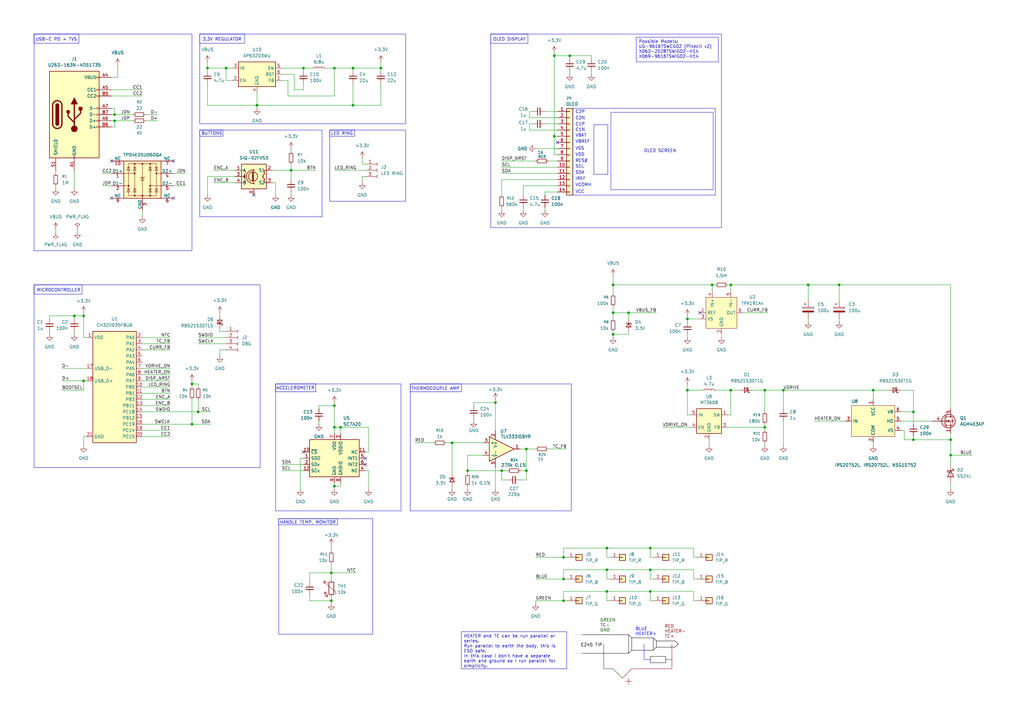
<source format=kicad_sch>
(kicad_sch
	(version 20250114)
	(generator "eeschema")
	(generator_version "9.0")
	(uuid "7095b018-eac3-4b01-b374-28e3216c4fd8")
	(paper "A3")
	
	(rectangle
		(start 113.03 157.48)
		(end 164.465 209.55)
		(stroke
			(width 0)
			(type default)
		)
		(fill
			(type none)
		)
		(uuid 25f66d05-38b5-4a17-99c1-8cad2c92cd3e)
	)
	(rectangle
		(start 13.97 13.97)
		(end 78.74 102.87)
		(stroke
			(width 0)
			(type default)
		)
		(fill
			(type none)
		)
		(uuid 34cfca7f-b72a-4261-a704-f33e6bc4b279)
	)
	(rectangle
		(start 113.03 157.48)
		(end 129.54 160.655)
		(stroke
			(width 0)
			(type default)
		)
		(fill
			(type none)
		)
		(uuid 37b1d202-d0af-4356-9cea-c5377ffdf5c6)
	)
	(rectangle
		(start 168.275 157.48)
		(end 189.23 160.655)
		(stroke
			(width 0)
			(type default)
		)
		(fill
			(type none)
		)
		(uuid 411456a7-808a-4a99-b2e7-4b00b0660778)
	)
	(rectangle
		(start 81.915 53.34)
		(end 91.44 55.88)
		(stroke
			(width 0)
			(type default)
		)
		(fill
			(type none)
		)
		(uuid 51756553-69aa-4f9f-a31a-a60fa2c78053)
	)
	(rectangle
		(start 135.255 53.34)
		(end 166.37 82.55)
		(stroke
			(width 0)
			(type default)
		)
		(fill
			(type none)
		)
		(uuid 7ca7d888-0de2-4ee4-9e02-bce99f6c7310)
	)
	(rectangle
		(start 13.97 116.84)
		(end 33.655 120.65)
		(stroke
			(width 0)
			(type default)
		)
		(fill
			(type none)
		)
		(uuid 7d5ee34c-3c30-4116-b034-575f8f5cbca0)
	)
	(rectangle
		(start 81.915 53.34)
		(end 132.08 88.9)
		(stroke
			(width 0)
			(type default)
		)
		(fill
			(type none)
		)
		(uuid 9c119ec4-7162-4594-9de4-9af2e8ac3469)
	)
	(rectangle
		(start 81.915 13.97)
		(end 100.33 17.78)
		(stroke
			(width 0)
			(type default)
		)
		(fill
			(type none)
		)
		(uuid 9d5c2b83-1ad1-4eb5-9c00-115d7cfbb819)
	)
	(rectangle
		(start 168.275 157.48)
		(end 234.315 209.55)
		(stroke
			(width 0)
			(type default)
		)
		(fill
			(type none)
		)
		(uuid a57dfd79-f7b7-44cf-be58-21e0757161fa)
	)
	(rectangle
		(start 13.97 116.84)
		(end 106.68 191.77)
		(stroke
			(width 0)
			(type default)
		)
		(fill
			(type none)
		)
		(uuid a66c837f-d550-4ad5-b67a-1a34b6eaed03)
	)
	(rectangle
		(start 250.571 46.101)
		(end 292.481 77.851)
		(stroke
			(width 0)
			(type default)
		)
		(fill
			(type none)
		)
		(uuid b323df54-646c-4c42-ac5d-c702f5da28df)
	)
	(rectangle
		(start 13.97 13.97)
		(end 32.385 17.78)
		(stroke
			(width 0)
			(type default)
		)
		(fill
			(type none)
		)
		(uuid b41c86f7-a703-4da7-9c7c-3d6f2dbdab0b)
	)
	(rectangle
		(start 114.3 212.725)
		(end 138.43 215.265)
		(stroke
			(width 0)
			(type default)
		)
		(fill
			(type none)
		)
		(uuid b798fff3-5d10-4e4c-948c-461a0845de52)
	)
	(rectangle
		(start 135.255 53.34)
		(end 145.415 55.88)
		(stroke
			(width 0)
			(type default)
		)
		(fill
			(type none)
		)
		(uuid bb60d903-b4fc-4579-917b-d8b1327cda5c)
	)
	(rectangle
		(start 234.95 44.45)
		(end 293.37 80.01)
		(stroke
			(width 0)
			(type default)
		)
		(fill
			(type none)
		)
		(uuid c7ed09f4-c5b0-447c-8527-2fd1a9942fc7)
	)
	(rectangle
		(start 201.295 13.97)
		(end 295.91 93.345)
		(stroke
			(width 0)
			(type default)
		)
		(fill
			(type none)
		)
		(uuid c86b0301-7b25-4d55-b6bd-bf1af0f3ea13)
	)
	(rectangle
		(start 243.586 51.181)
		(end 249.301 71.501)
		(stroke
			(width 0)
			(type default)
		)
		(fill
			(type none)
		)
		(uuid cc173c2c-4802-4b85-8dc1-c0ed1e2586ae)
	)
	(rectangle
		(start 81.915 13.97)
		(end 166.37 50.8)
		(stroke
			(width 0)
			(type default)
		)
		(fill
			(type none)
		)
		(uuid d5e44070-3c31-4662-9265-15546dcb33a9)
	)
	(rectangle
		(start 114.3 212.725)
		(end 152.908 260.096)
		(stroke
			(width 0)
			(type default)
		)
		(fill
			(type none)
		)
		(uuid dc78faa3-7706-462b-aff1-ea2259b8957d)
	)
	(rectangle
		(start 201.295 13.97)
		(end 216.535 17.78)
		(stroke
			(width 0)
			(type default)
		)
		(fill
			(type none)
		)
		(uuid df873f2f-b2dc-4231-b391-da9722f3ee43)
	)
	(text "RED\nHEATER-\nTC+"
		(exclude_from_sim no)
		(at 272.542 259.08 0)
		(effects
			(font
				(size 1.27 1.27)
				(color 132 0 0 1)
			)
			(justify left)
		)
		(uuid "074f802c-7871-4a94-9d0f-a3c07209b08e")
	)
	(text "3.3V REGULATOR"
		(exclude_from_sim no)
		(at 83.058 16.256 0)
		(effects
			(font
				(size 1.27 1.27)
			)
			(justify left)
		)
		(uuid "270c64e9-acc9-4bdf-adf9-51e85a7cfae3")
	)
	(text "C2N"
		(exclude_from_sim no)
		(at 235.966 48.514 0)
		(effects
			(font
				(size 1.27 1.27)
			)
			(justify left)
		)
		(uuid "303735e4-f194-4e97-9ddd-7741146e5965")
	)
	(text "USB-C PD + TVS"
		(exclude_from_sim no)
		(at 14.478 16.256 0)
		(effects
			(font
				(size 1.27 1.27)
			)
			(justify left)
		)
		(uuid "3b53ae36-2320-46df-8526-8d2b0e4cd267")
	)
	(text "BUTTONS"
		(exclude_from_sim no)
		(at 82.55 54.864 0)
		(effects
			(font
				(size 1.27 1.27)
			)
			(justify left)
		)
		(uuid "4ff0d853-92f6-4f02-aa33-1f252be5ef75")
	)
	(text "SCL"
		(exclude_from_sim no)
		(at 235.966 68.326 0)
		(effects
			(font
				(size 1.27 1.27)
			)
			(justify left)
		)
		(uuid "63c62cf3-4266-478a-9f68-199034fe5d8b")
	)
	(text "RES#"
		(exclude_from_sim no)
		(at 235.966 66.04 0)
		(effects
			(font
				(size 1.27 1.27)
			)
			(justify left)
		)
		(uuid "6ce3c0b9-bb73-4f4d-8996-df06398c02e3")
	)
	(text "C1P"
		(exclude_from_sim no)
		(at 235.966 51.054 0)
		(effects
			(font
				(size 1.27 1.27)
			)
			(justify left)
		)
		(uuid "6d196f00-fda4-408a-b16f-63e268646b7a")
	)
	(text "ACCELEROMETER"
		(exclude_from_sim no)
		(at 121.158 159.258 0)
		(effects
			(font
				(size 1.27 1.27)
			)
		)
		(uuid "6d3cce01-49eb-4036-848c-880563d726ff")
	)
	(text "IREF"
		(exclude_from_sim no)
		(at 235.966 73.406 0)
		(effects
			(font
				(size 1.27 1.27)
			)
			(justify left)
		)
		(uuid "78269562-db7d-4f9c-9409-11de08793bfa")
	)
	(text "BLUE\nHEATER+"
		(exclude_from_sim no)
		(at 260.604 259.08 0)
		(effects
			(font
				(size 1.27 1.27)
				(color 0 0 255 1)
			)
			(justify left)
		)
		(uuid "7cd917a9-991f-405e-b4ad-1658a33b6480")
	)
	(text "C1N"
		(exclude_from_sim no)
		(at 235.966 53.34 0)
		(effects
			(font
				(size 1.27 1.27)
			)
			(justify left)
		)
		(uuid "86eaf89d-7735-48bc-8adf-2c6d7e1c9267")
	)
	(text "C2P"
		(exclude_from_sim no)
		(at 235.966 45.974 0)
		(effects
			(font
				(size 1.27 1.27)
			)
			(justify left)
		)
		(uuid "88767c22-62f5-491f-8191-e622ce50d549")
	)
	(text "VDD"
		(exclude_from_sim no)
		(at 235.966 63.5 0)
		(effects
			(font
				(size 1.27 1.27)
			)
			(justify left)
		)
		(uuid "98ea20d6-f789-4c9a-9d2d-ddf9c4e55ce3")
	)
	(text "HANDLE TEMP. MONITOR"
		(exclude_from_sim no)
		(at 126.238 214.376 0)
		(effects
			(font
				(size 1.27 1.27)
			)
		)
		(uuid "9cf9be48-0da6-4698-b802-905b4321ec7e")
	)
	(text "OLED SCREEN"
		(exclude_from_sim no)
		(at 270.764 61.976 0)
		(effects
			(font
				(size 1.27 1.27)
			)
		)
		(uuid "a7d4d929-dbaa-411d-a847-37e4617db2b8")
	)
	(text "VCC"
		(exclude_from_sim no)
		(at 235.966 78.74 0)
		(effects
			(font
				(size 1.27 1.27)
			)
			(justify left)
		)
		(uuid "c0b5be38-ee7a-4c62-b666-9455a24b9bdf")
	)
	(text "SDA"
		(exclude_from_sim no)
		(at 235.966 70.866 0)
		(effects
			(font
				(size 1.27 1.27)
			)
			(justify left)
		)
		(uuid "d1f23843-c159-4734-816f-e3ebdc7225d4")
	)
	(text "VBREF"
		(exclude_from_sim no)
		(at 235.966 58.166 0)
		(effects
			(font
				(size 1.27 1.27)
			)
			(justify left)
		)
		(uuid "dc92fbc2-eb7d-47ac-891e-6de1528c9506")
	)
	(text "OLED DISPLAY"
		(exclude_from_sim no)
		(at 202.184 16.256 0)
		(effects
			(font
				(size 1.27 1.27)
			)
			(justify left)
		)
		(uuid "e1182865-9cf6-484e-b369-4d8124243a24")
	)
	(text "VBAT"
		(exclude_from_sim no)
		(at 235.966 55.626 0)
		(effects
			(font
				(size 1.27 1.27)
			)
			(justify left)
		)
		(uuid "e5136794-6a5a-4728-b4d0-e47266a8ec2c")
	)
	(text "VSS"
		(exclude_from_sim no)
		(at 235.966 60.96 0)
		(effects
			(font
				(size 1.27 1.27)
			)
			(justify left)
		)
		(uuid "e5277a5c-1568-43ec-ab65-5c403a9ddad3")
	)
	(text "VCOMH"
		(exclude_from_sim no)
		(at 235.966 75.946 0)
		(effects
			(font
				(size 1.27 1.27)
			)
			(justify left)
		)
		(uuid "e677c7ab-e79d-4a1c-8a88-4a56ca5d6b79")
	)
	(text "THERMOCOUPLE AMP"
		(exclude_from_sim no)
		(at 178.562 159.512 0)
		(effects
			(font
				(size 1.27 1.27)
			)
		)
		(uuid "e865e2d4-df9a-47d7-8bc3-1d543675c813")
	)
	(text "LED RING"
		(exclude_from_sim no)
		(at 140.208 54.864 0)
		(effects
			(font
				(size 1.27 1.27)
			)
		)
		(uuid "eebaafe7-13f6-4495-a884-67f3bb5c6ce1")
	)
	(text "MICROCONTROLLER"
		(exclude_from_sim no)
		(at 14.986 119.126 0)
		(effects
			(font
				(size 1.27 1.27)
			)
			(justify left)
		)
		(uuid "f4202bbd-17db-406a-9b6f-417fe43fdaab")
	)
	(text "C245 TIP"
		(exclude_from_sim no)
		(at 242.57 264.668 0)
		(effects
			(font
				(size 1.27 1.27)
				(color 0 0 0 1)
			)
		)
		(uuid "f5ebd9e6-7e85-4295-b1df-1fb1b0a60676")
	)
	(text "GREEN\nTC-\nGND"
		(exclude_from_sim no)
		(at 246.126 256.54 0)
		(effects
			(font
				(size 1.27 1.27)
				(color 0 72 0 1)
			)
			(justify left)
		)
		(uuid "fe22e110-b1c7-4e37-9dd2-ed4186183ab8")
	)
	(text_box "Possible Models:\nUG-9616TSWCG02 (Pinecil v2)\nX063-2028TSWIG02-H14\nX069-9616TSWIG02-H14"
		(exclude_from_sim no)
		(at 260.985 15.24 0)
		(size 33.655 10.16)
		(margins 0.9525 0.9525 0.9525 0.9525)
		(stroke
			(width 0)
			(type solid)
		)
		(fill
			(type none)
		)
		(effects
			(font
				(size 1.27 1.27)
			)
			(justify left top)
		)
		(uuid "aff1d92e-7948-41af-95d4-eec0b0d11729")
	)
	(text_box "HEATER and TC can be run parallel or series.\nRun parallel to earth the body, this is ESD safe.\nIn this case I don't have a separate earth and ground so I run parallel for simplicity."
		(exclude_from_sim no)
		(at 189.23 259.08 0)
		(size 43.18 15.24)
		(margins 0.9525 0.9525 0.9525 0.9525)
		(stroke
			(width 0)
			(type solid)
		)
		(fill
			(type none)
		)
		(effects
			(font
				(size 1.27 1.27)
			)
			(justify left top)
		)
		(uuid "f24e07f6-dab3-4874-a162-57756a4a0cb0")
	)
	(junction
		(at 81.28 168.91)
		(diameter 0)
		(color 0 0 0 0)
		(uuid "0376124e-fe7a-4814-987e-238a633a55c8")
	)
	(junction
		(at 299.72 160.02)
		(diameter 0)
		(color 0 0 0 0)
		(uuid "07d79252-3cfe-49d3-a697-b5180f951c75")
	)
	(junction
		(at 124.46 27.94)
		(diameter 0)
		(color 0 0 0 0)
		(uuid "0acd8611-5527-40f7-90a3-5c60d1adc1d0")
	)
	(junction
		(at 299.72 116.84)
		(diameter 0)
		(color 0 0 0 0)
		(uuid "1a97976b-dfb2-4683-a36c-95b1ecc6d489")
	)
	(junction
		(at 266.7 233.68)
		(diameter 0)
		(color 0 0 0 0)
		(uuid "1e78fea4-f170-467b-a37a-22058bb36a6d")
	)
	(junction
		(at 144.78 43.18)
		(diameter 0)
		(color 0 0 0 0)
		(uuid "22311b9f-04cf-44b4-b81a-9a2eee7d9814")
	)
	(junction
		(at 374.65 180.34)
		(diameter 0)
		(color 0 0 0 0)
		(uuid "253e7a83-9b7c-4d4c-b8d1-7fbacce38609")
	)
	(junction
		(at 231.14 237.49)
		(diameter 0)
		(color 0 0 0 0)
		(uuid "284f32c2-769a-4bc4-b2f0-a7c3e5ae68d6")
	)
	(junction
		(at 281.94 130.81)
		(diameter 0)
		(color 0 0 0 0)
		(uuid "2b9858fc-d565-4568-9ced-4f85b3261fac")
	)
	(junction
		(at 266.7 224.79)
		(diameter 0)
		(color 0 0 0 0)
		(uuid "3303fd32-4b4a-445d-bddd-01abf0d9be1e")
	)
	(junction
		(at 389.89 180.34)
		(diameter 0)
		(color 0 0 0 0)
		(uuid "3b65a788-4b4c-437e-96e5-165c51a854a4")
	)
	(junction
		(at 203.2 165.1)
		(diameter 0)
		(color 0 0 0 0)
		(uuid "3f9bcc33-18ad-48ec-8047-f514eddb9bd3")
	)
	(junction
		(at 266.7 242.57)
		(diameter 0)
		(color 0 0 0 0)
		(uuid "3ff58bdd-622b-46e9-99a2-8eca2ca30783")
	)
	(junction
		(at 389.89 186.69)
		(diameter 0)
		(color 0 0 0 0)
		(uuid "40073d49-3f44-4af7-a787-657ab510a928")
	)
	(junction
		(at 358.14 160.02)
		(diameter 0)
		(color 0 0 0 0)
		(uuid "4022ea02-a839-4e77-8442-99daabad0cb4")
	)
	(junction
		(at 374.65 168.91)
		(diameter 0)
		(color 0 0 0 0)
		(uuid "45cd84fd-2fd0-4481-9f27-779c4e05a620")
	)
	(junction
		(at 191.77 193.04)
		(diameter 0)
		(color 0 0 0 0)
		(uuid "4793f579-9960-4fea-a983-16516b9a6a74")
	)
	(junction
		(at 30.48 129.54)
		(diameter 0)
		(color 0 0 0 0)
		(uuid "4a00e859-a3fe-467b-8ce9-def1b4a6bc1d")
	)
	(junction
		(at 281.94 160.02)
		(diameter 0)
		(color 0 0 0 0)
		(uuid "4c2788f8-2f3d-4c09-bf35-9265ddb84f5d")
	)
	(junction
		(at 231.14 228.6)
		(diameter 0)
		(color 0 0 0 0)
		(uuid "4e000b4e-efac-4699-be88-c8c4a1e11b0e")
	)
	(junction
		(at 137.16 27.94)
		(diameter 0)
		(color 0 0 0 0)
		(uuid "4e457d4d-37fd-4b51-a420-85ebb8dc04c5")
	)
	(junction
		(at 251.46 137.16)
		(diameter 0)
		(color 0 0 0 0)
		(uuid "5356a73a-34f6-4489-9bec-01ccee3dfe09")
	)
	(junction
		(at 137.16 175.26)
		(diameter 0)
		(color 0 0 0 0)
		(uuid "589eff9d-eed1-4df5-98d6-26b7c768b426")
	)
	(junction
		(at 46.99 49.53)
		(diameter 0)
		(color 0 0 0 0)
		(uuid "5e8d1cf7-167e-4030-9f28-7c115ea5395b")
	)
	(junction
		(at 248.92 233.68)
		(diameter 0)
		(color 0 0 0 0)
		(uuid "5ea4f1af-29c5-41cd-b15b-81097d2b6427")
	)
	(junction
		(at 227.33 55.88)
		(diameter 0)
		(color 0 0 0 0)
		(uuid "5fbb3de9-86ee-49ad-a284-eb55f1cc692a")
	)
	(junction
		(at 292.1 116.84)
		(diameter 0)
		(color 0 0 0 0)
		(uuid "5feb41b2-1973-47b7-a124-0b6e2628d43d")
	)
	(junction
		(at 248.92 242.57)
		(diameter 0)
		(color 0 0 0 0)
		(uuid "64f8ff53-fd25-4945-b8a5-64153356f23e")
	)
	(junction
		(at 344.17 116.84)
		(diameter 0)
		(color 0 0 0 0)
		(uuid "6808b8fc-fce0-4c29-9b69-0ee5f46b25bf")
	)
	(junction
		(at 257.81 128.27)
		(diameter 0)
		(color 0 0 0 0)
		(uuid "72a3e6ce-0be8-4ce5-948e-b5935f1538fc")
	)
	(junction
		(at 233.68 22.86)
		(diameter 0)
		(color 0 0 0 0)
		(uuid "73b54f8a-8892-4f5c-ad2f-0a2e6cc384c3")
	)
	(junction
		(at 34.29 129.54)
		(diameter 0)
		(color 0 0 0 0)
		(uuid "7463436f-e839-4ea2-a4bf-81f122061b20")
	)
	(junction
		(at 205.74 193.04)
		(diameter 0)
		(color 0 0 0 0)
		(uuid "77d052f3-f174-4ac4-b7f3-74fd8cd4f0e2")
	)
	(junction
		(at 78.74 157.48)
		(diameter 0)
		(color 0 0 0 0)
		(uuid "81607e46-ed60-4e7b-900a-af756b50d9d4")
	)
	(junction
		(at 313.69 160.02)
		(diameter 0)
		(color 0 0 0 0)
		(uuid "81928cab-d290-47f7-99c7-9c8f417d4c4e")
	)
	(junction
		(at 137.16 166.37)
		(diameter 0)
		(color 0 0 0 0)
		(uuid "84b1d133-5555-4f34-9259-4c4a00397909")
	)
	(junction
		(at 215.9 193.04)
		(diameter 0)
		(color 0 0 0 0)
		(uuid "879d8513-8c12-4c71-805b-cfd0566ce6a8")
	)
	(junction
		(at 34.29 156.21)
		(diameter 0)
		(color 0 0 0 0)
		(uuid "89bcf90e-9038-4def-8280-30d23811eeb8")
	)
	(junction
		(at 227.33 22.86)
		(diameter 0)
		(color 0 0 0 0)
		(uuid "9531702c-c6a6-4297-8a10-64a5c6fc90b3")
	)
	(junction
		(at 135.89 246.38)
		(diameter 0)
		(color 0 0 0 0)
		(uuid "9ba723fb-78b5-4d72-ae3c-94d59ceb7ba3")
	)
	(junction
		(at 251.46 116.84)
		(diameter 0)
		(color 0 0 0 0)
		(uuid "a3b1ebda-28bf-4cca-a91f-ab0720e0e5f5")
	)
	(junction
		(at 215.9 184.15)
		(diameter 0)
		(color 0 0 0 0)
		(uuid "aff6f7cf-f995-4965-9b70-2f6e1afd3257")
	)
	(junction
		(at 251.46 128.27)
		(diameter 0)
		(color 0 0 0 0)
		(uuid "b257f578-3f04-4267-ba31-62cb9e7e56e2")
	)
	(junction
		(at 185.42 181.61)
		(diameter 0)
		(color 0 0 0 0)
		(uuid "be519101-b7e2-4e85-bc0c-866a0a6fdb77")
	)
	(junction
		(at 135.89 234.95)
		(diameter 0)
		(color 0 0 0 0)
		(uuid "c4f19431-f823-4a18-902b-e25529b1c304")
	)
	(junction
		(at 331.47 116.84)
		(diameter 0)
		(color 0 0 0 0)
		(uuid "c81a9f55-67fe-4c4d-a446-fcc91ba602a7")
	)
	(junction
		(at 156.21 27.94)
		(diameter 0)
		(color 0 0 0 0)
		(uuid "caa23b1a-fb60-423d-84ed-a4ec6bda7dc1")
	)
	(junction
		(at 78.74 173.99)
		(diameter 0)
		(color 0 0 0 0)
		(uuid "cb369bbe-c983-4f03-86f5-9ab8b3b58edd")
	)
	(junction
		(at 119.38 69.85)
		(diameter 0)
		(color 0 0 0 0)
		(uuid "cbfb9910-a9c3-4d1d-beaf-ad4934f7e32e")
	)
	(junction
		(at 313.69 175.26)
		(diameter 0)
		(color 0 0 0 0)
		(uuid "cc109a5d-bdf8-421c-800f-f4fb1ea8fcea")
	)
	(junction
		(at 105.41 43.18)
		(diameter 0)
		(color 0 0 0 0)
		(uuid "d049456d-20ee-4308-a384-c295c5fb64a1")
	)
	(junction
		(at 137.16 199.39)
		(diameter 0)
		(color 0 0 0 0)
		(uuid "d3c0ec6c-e13a-496a-ad1c-ba60afc46b96")
	)
	(junction
		(at 46.99 46.99)
		(diameter 0)
		(color 0 0 0 0)
		(uuid "d3cb3929-1383-43bf-9aa0-8d6179547879")
	)
	(junction
		(at 144.78 27.94)
		(diameter 0)
		(color 0 0 0 0)
		(uuid "d5fd0359-f76b-4cc1-9ea5-8682bade4542")
	)
	(junction
		(at 321.31 160.02)
		(diameter 0)
		(color 0 0 0 0)
		(uuid "e5115188-7348-4d7f-9464-18609567d3fc")
	)
	(junction
		(at 92.71 27.94)
		(diameter 0)
		(color 0 0 0 0)
		(uuid "e80bc681-7695-43f3-a2bd-d411c7e86409")
	)
	(junction
		(at 231.14 246.38)
		(diameter 0)
		(color 0 0 0 0)
		(uuid "ea75d511-588c-4431-8d03-5392322d567d")
	)
	(junction
		(at 139.7 175.26)
		(diameter 0)
		(color 0 0 0 0)
		(uuid "ea9ea449-1699-40d7-8a1c-89a1d2111f96")
	)
	(junction
		(at 248.92 224.79)
		(diameter 0)
		(color 0 0 0 0)
		(uuid "ebd518cf-54ce-4d1f-b736-386303c84246")
	)
	(junction
		(at 85.09 27.94)
		(diameter 0)
		(color 0 0 0 0)
		(uuid "f1df4cab-d95d-4e21-b204-cc5686c3ccd2")
	)
	(no_connect
		(at 287.02 128.27)
		(uuid "06611bec-51b6-46da-9687-f0c27668a583")
	)
	(no_connect
		(at 149.86 187.96)
		(uuid "12b81ef0-4fba-4b2f-98fa-a2180c0447e2")
	)
	(no_connect
		(at 149.86 190.5)
		(uuid "2b4977a8-0f21-4fec-84e4-4c603e997be4")
	)
	(no_connect
		(at 71.12 81.28)
		(uuid "46b4ccbc-24ab-4899-8505-9a1bc9336197")
	)
	(no_connect
		(at 45.72 66.04)
		(uuid "613b3790-5218-413f-a343-e26aa4ea4b95")
	)
	(no_connect
		(at 228.6 58.42)
		(uuid "8d801d13-32fe-4e34-8cc5-b8a86a497023")
	)
	(no_connect
		(at 124.46 185.42)
		(uuid "bb17c601-45a1-4eb6-aaaf-eada3efdd523")
	)
	(no_connect
		(at 45.72 81.28)
		(uuid "c9b41e3a-80a4-4410-be4c-91975e86700a")
	)
	(no_connect
		(at 104.14 80.01)
		(uuid "d8cbb7b8-f348-43ed-b12a-7c884625729d")
	)
	(no_connect
		(at 71.12 66.04)
		(uuid "e9fc4535-1911-4390-b5e2-c282d53c9319")
	)
	(polyline
		(pts
			(xy 269.24 265.43) (xy 267.97 266.7)
		)
		(stroke
			(width 0)
			(type default)
			(color 0 0 0 1)
		)
		(uuid "026bb0ed-6072-40a3-95a7-f0b0e5bb9f80")
	)
	(wire
		(pts
			(xy 156.21 25.4) (xy 156.21 27.94)
		)
		(stroke
			(width 0)
			(type default)
		)
		(uuid "0280334b-627a-4233-a676-012a207d9298")
	)
	(wire
		(pts
			(xy 123.19 187.96) (xy 124.46 187.96)
		)
		(stroke
			(width 0)
			(type default)
		)
		(uuid "03f9526b-c252-4cea-a8ec-81306ff6df76")
	)
	(wire
		(pts
			(xy 344.17 116.84) (xy 389.89 116.84)
		)
		(stroke
			(width 0)
			(type default)
		)
		(uuid "05599844-ce1f-4fde-8e8d-8f9de2dae269")
	)
	(wire
		(pts
			(xy 41.91 76.2) (xy 45.72 76.2)
		)
		(stroke
			(width 0)
			(type default)
		)
		(uuid "057a48eb-9b1d-42a5-bf44-6985b9321748")
	)
	(wire
		(pts
			(xy 227.33 55.88) (xy 228.6 55.88)
		)
		(stroke
			(width 0)
			(type default)
		)
		(uuid "06a39b25-e5c0-48bf-8f66-6ff9e46efda7")
	)
	(polyline
		(pts
			(xy 275.59 270.51) (xy 273.05 270.51)
		)
		(stroke
			(width 0)
			(type solid)
			(color 132 0 0 1)
		)
		(uuid "07b98816-3d51-4f72-b198-7c04ddd02a60")
	)
	(wire
		(pts
			(xy 299.72 160.02) (xy 299.72 170.18)
		)
		(stroke
			(width 0)
			(type default)
		)
		(uuid "08ca60c2-d79a-4019-861d-7c88280594b9")
	)
	(wire
		(pts
			(xy 115.57 193.04) (xy 124.46 193.04)
		)
		(stroke
			(width 0)
			(type default)
		)
		(uuid "093a4bfc-aabd-4586-948a-1580d9afeffa")
	)
	(wire
		(pts
			(xy 45.72 36.83) (xy 58.42 36.83)
		)
		(stroke
			(width 0)
			(type default)
		)
		(uuid "098337dc-d67f-4f92-9e59-aa0530495823")
	)
	(wire
		(pts
			(xy 369.57 168.91) (xy 374.65 168.91)
		)
		(stroke
			(width 0)
			(type default)
		)
		(uuid "0991fc57-c77d-4d8b-a7f5-93559a71531e")
	)
	(wire
		(pts
			(xy 284.48 228.6) (xy 285.75 228.6)
		)
		(stroke
			(width 0)
			(type default)
		)
		(uuid "0b3b1be4-2c7f-47f2-886c-9ff27992e090")
	)
	(wire
		(pts
			(xy 283.21 170.18) (xy 281.94 170.18)
		)
		(stroke
			(width 0)
			(type default)
		)
		(uuid "0bdd0dd3-1438-4145-a164-7482936ecc91")
	)
	(polyline
		(pts
			(xy 236.22 260.35) (xy 238.76 260.35)
		)
		(stroke
			(width 0)
			(type dot)
			(color 0 0 0 1)
		)
		(uuid "0bebbeb1-bed0-4084-8b40-7ac03a835cd7")
	)
	(wire
		(pts
			(xy 358.14 181.61) (xy 358.14 182.88)
		)
		(stroke
			(width 0)
			(type default)
		)
		(uuid "0c9fa1d8-a413-4dad-b1e6-53724d6877dc")
	)
	(wire
		(pts
			(xy 374.65 179.07) (xy 374.65 180.34)
		)
		(stroke
			(width 0)
			(type default)
		)
		(uuid "0d1d8e67-44be-4e93-8637-8b77df712344")
	)
	(wire
		(pts
			(xy 85.09 34.29) (xy 85.09 43.18)
		)
		(stroke
			(width 0)
			(type default)
		)
		(uuid "0d1da041-1604-484f-8588-64418e6780df")
	)
	(wire
		(pts
			(xy 281.94 157.48) (xy 281.94 160.02)
		)
		(stroke
			(width 0)
			(type default)
		)
		(uuid "0d6f32d5-98ad-41ed-b781-51035ba32ce2")
	)
	(polyline
		(pts
			(xy 266.7 269.24) (xy 266.7 271.78)
		)
		(stroke
			(width 0)
			(type solid)
			(color 0 0 0 1)
		)
		(uuid "0e087217-7caf-4ae9-80d3-cf5e99ccbd9c")
	)
	(wire
		(pts
			(xy 78.74 157.48) (xy 81.28 157.48)
		)
		(stroke
			(width 0)
			(type default)
		)
		(uuid "0e2e8ef7-9967-4f2a-a391-35d57131fb71")
	)
	(wire
		(pts
			(xy 248.92 224.79) (xy 266.7 224.79)
		)
		(stroke
			(width 0)
			(type default)
		)
		(uuid "0ea3b0f9-9010-4b04-86d3-c4830ab1836d")
	)
	(wire
		(pts
			(xy 127 234.95) (xy 135.89 234.95)
		)
		(stroke
			(width 0)
			(type default)
		)
		(uuid "0f8627da-dc1e-4504-acfc-120e3647c5b5")
	)
	(wire
		(pts
			(xy 58.42 158.75) (xy 69.85 158.75)
		)
		(stroke
			(width 0)
			(type default)
		)
		(uuid "0f968ad1-38fa-43f3-a9ca-eaab57060db2")
	)
	(wire
		(pts
			(xy 214.63 85.09) (xy 214.63 86.36)
		)
		(stroke
			(width 0)
			(type default)
		)
		(uuid "0fdf5b0f-14a7-4ff5-aee8-91dcf3e80430")
	)
	(polyline
		(pts
			(xy 276.86 262.89) (xy 278.13 264.16)
		)
		(stroke
			(width 0)
			(type default)
			(color 0 0 0 1)
		)
		(uuid "0ffc5971-b130-492f-a7ea-ccd3781d517b")
	)
	(wire
		(pts
			(xy 251.46 125.73) (xy 251.46 128.27)
		)
		(stroke
			(width 0)
			(type default)
		)
		(uuid "10b7f4bb-8e85-4f50-bd94-98083d6c2f27")
	)
	(wire
		(pts
			(xy 321.31 167.64) (xy 321.31 160.02)
		)
		(stroke
			(width 0)
			(type default)
		)
		(uuid "1213dcc9-1528-4b78-b712-6cdbea454856")
	)
	(wire
		(pts
			(xy 191.77 193.04) (xy 191.77 186.69)
		)
		(stroke
			(width 0)
			(type default)
		)
		(uuid "12f02fb2-28a7-4766-ae13-424545151178")
	)
	(wire
		(pts
			(xy 137.16 175.26) (xy 137.16 177.8)
		)
		(stroke
			(width 0)
			(type default)
		)
		(uuid "135c080a-b87a-42f2-bd23-e8f54c5ee6c7")
	)
	(wire
		(pts
			(xy 148.59 74.93) (xy 148.59 72.39)
		)
		(stroke
			(width 0)
			(type default)
		)
		(uuid "13a8fbae-4055-4538-a775-7561035458e6")
	)
	(wire
		(pts
			(xy 191.77 193.04) (xy 205.74 193.04)
		)
		(stroke
			(width 0)
			(type default)
		)
		(uuid "13e7537a-edd6-43d5-8bb0-f6eb3d491016")
	)
	(wire
		(pts
			(xy 257.81 137.16) (xy 251.46 137.16)
		)
		(stroke
			(width 0)
			(type default)
		)
		(uuid "13fdc45e-79a2-4146-a607-12db049e38ab")
	)
	(wire
		(pts
			(xy 215.9 193.04) (xy 215.9 184.15)
		)
		(stroke
			(width 0)
			(type default)
		)
		(uuid "1427c6b1-5293-499b-9663-f54121cc8ca4")
	)
	(wire
		(pts
			(xy 48.26 31.75) (xy 48.26 26.67)
		)
		(stroke
			(width 0)
			(type default)
		)
		(uuid "14b83c6b-fa77-4ec1-b020-d89f490dd1db")
	)
	(wire
		(pts
			(xy 87.63 69.85) (xy 96.52 69.85)
		)
		(stroke
			(width 0)
			(type default)
		)
		(uuid "15d75b7e-53c1-4b3b-bead-3e9845084cb1")
	)
	(wire
		(pts
			(xy 203.2 163.83) (xy 203.2 165.1)
		)
		(stroke
			(width 0)
			(type default)
		)
		(uuid "16a235b6-6479-41c3-934b-5990cd87fafe")
	)
	(wire
		(pts
			(xy 227.33 55.88) (xy 227.33 63.5)
		)
		(stroke
			(width 0)
			(type default)
		)
		(uuid "16a6ad92-1a6b-4d2b-93f1-5652f5947dbb")
	)
	(wire
		(pts
			(xy 231.14 228.6) (xy 232.41 228.6)
		)
		(stroke
			(width 0)
			(type default)
		)
		(uuid "17df628e-6e1c-4007-bf79-a6f4989ca29e")
	)
	(wire
		(pts
			(xy 45.72 52.07) (xy 46.99 52.07)
		)
		(stroke
			(width 0)
			(type default)
		)
		(uuid "18438b3a-827e-4972-b4d2-e39627126fd2")
	)
	(polyline
		(pts
			(xy 255.27 260.35) (xy 257.81 260.35)
		)
		(stroke
			(width 0)
			(type default)
			(color 0 0 0 1)
		)
		(uuid "185695dd-6d7c-4a99-817d-9d7e560e285b")
	)
	(wire
		(pts
			(xy 58.42 153.67) (xy 69.85 153.67)
		)
		(stroke
			(width 0)
			(type default)
		)
		(uuid "185cc638-609c-4acf-9a83-434d47f9bece")
	)
	(wire
		(pts
			(xy 248.92 228.6) (xy 250.19 228.6)
		)
		(stroke
			(width 0)
			(type default)
		)
		(uuid "186284b8-bd67-4889-90c2-387a38831a45")
	)
	(wire
		(pts
			(xy 321.31 160.02) (xy 313.69 160.02)
		)
		(stroke
			(width 0)
			(type default)
		)
		(uuid "18853170-98c0-4142-a886-9b88272679cd")
	)
	(wire
		(pts
			(xy 231.14 242.57) (xy 248.92 242.57)
		)
		(stroke
			(width 0)
			(type default)
		)
		(uuid "19a14244-1aa6-4e39-a21f-a4b520ce6566")
	)
	(wire
		(pts
			(xy 281.94 170.18) (xy 281.94 160.02)
		)
		(stroke
			(width 0)
			(type default)
		)
		(uuid "19c2bb4e-b6a2-428b-b46d-e50a0b5d9ad9")
	)
	(wire
		(pts
			(xy 90.17 135.89) (xy 92.71 135.89)
		)
		(stroke
			(width 0)
			(type default)
		)
		(uuid "1b5db70b-c75a-47b9-9005-1a033afb345d")
	)
	(wire
		(pts
			(xy 374.65 180.34) (xy 389.89 180.34)
		)
		(stroke
			(width 0)
			(type default)
		)
		(uuid "1b77d230-b149-4ebc-9500-892f807d9feb")
	)
	(wire
		(pts
			(xy 127 246.38) (xy 127 243.84)
		)
		(stroke
			(width 0)
			(type default)
		)
		(uuid "1b9cd177-a46a-4a5a-81a3-e55bb87811dd")
	)
	(polyline
		(pts
			(xy 264.16 264.16) (xy 264.16 270.51)
		)
		(stroke
			(width 0)
			(type solid)
			(color 0 0 255 1)
		)
		(uuid "1ba11ea6-79fc-470e-8095-8fd6d151a60b")
	)
	(wire
		(pts
			(xy 58.42 166.37) (xy 69.85 166.37)
		)
		(stroke
			(width 0)
			(type default)
		)
		(uuid "1c31a3a0-71be-4869-aecb-fe7720f70370")
	)
	(wire
		(pts
			(xy 266.7 246.38) (xy 267.97 246.38)
		)
		(stroke
			(width 0)
			(type default)
		)
		(uuid "1cf9f715-8924-4551-8321-2cb14bcb7a4b")
	)
	(polyline
		(pts
			(xy 247.65 264.16) (xy 247.65 274.32)
		)
		(stroke
			(width 0)
			(type solid)
			(color 0 72 0 1)
		)
		(uuid "1d759bc9-3b87-4396-975b-76eb784a4ee5")
	)
	(wire
		(pts
			(xy 95.25 27.94) (xy 92.71 27.94)
		)
		(stroke
			(width 0)
			(type default)
		)
		(uuid "202f5003-0a48-4fcb-962b-eb5d0b2eea8c")
	)
	(wire
		(pts
			(xy 231.14 237.49) (xy 231.14 233.68)
		)
		(stroke
			(width 0)
			(type default)
		)
		(uuid "208cd2f2-adb5-4a75-b940-1381a809b269")
	)
	(wire
		(pts
			(xy 344.17 116.84) (xy 344.17 123.19)
		)
		(stroke
			(width 0)
			(type default)
		)
		(uuid "2127773a-b32d-4655-8ee4-0044ed2e17bd")
	)
	(wire
		(pts
			(xy 344.17 130.81) (xy 344.17 132.08)
		)
		(stroke
			(width 0)
			(type default)
		)
		(uuid "21ac53c4-1dbe-47d4-8180-a725056fe65d")
	)
	(wire
		(pts
			(xy 105.41 43.18) (xy 144.78 43.18)
		)
		(stroke
			(width 0)
			(type default)
		)
		(uuid "228d2b28-0e5e-4a0f-9a64-60ca034456d5")
	)
	(wire
		(pts
			(xy 22.86 69.85) (xy 22.86 71.12)
		)
		(stroke
			(width 0)
			(type default)
		)
		(uuid "22ceb097-bc74-4764-aecd-0b980944d711")
	)
	(wire
		(pts
			(xy 231.14 224.79) (xy 231.14 228.6)
		)
		(stroke
			(width 0)
			(type default)
		)
		(uuid "24d72d9c-7088-49fe-b9b0-0f36f49c22e7")
	)
	(wire
		(pts
			(xy 284.48 246.38) (xy 285.75 246.38)
		)
		(stroke
			(width 0)
			(type default)
		)
		(uuid "2616a777-c896-4d19-9dd1-44f1b40faa16")
	)
	(wire
		(pts
			(xy 266.7 237.49) (xy 267.97 237.49)
		)
		(stroke
			(width 0)
			(type default)
		)
		(uuid "28258bd8-18c4-469b-be71-ef9ab42f0cf4")
	)
	(wire
		(pts
			(xy 331.47 116.84) (xy 344.17 116.84)
		)
		(stroke
			(width 0)
			(type default)
		)
		(uuid "28f57cd8-44c0-45cf-9233-c33a6669bb3a")
	)
	(wire
		(pts
			(xy 208.28 196.85) (xy 205.74 196.85)
		)
		(stroke
			(width 0)
			(type default)
		)
		(uuid "28f9a714-ce47-4a87-9eba-39a2e1e51e21")
	)
	(wire
		(pts
			(xy 137.16 39.37) (xy 118.11 39.37)
		)
		(stroke
			(width 0)
			(type default)
		)
		(uuid "296133f5-2a32-47e9-994c-67f3c4c032fa")
	)
	(polyline
		(pts
			(xy 275.59 264.16) (xy 275.59 270.51)
		)
		(stroke
			(width 0)
			(type solid)
			(color 132 0 0 1)
		)
		(uuid "2986f712-090f-47d7-9d1c-d91842ebf259")
	)
	(wire
		(pts
			(xy 248.92 242.57) (xy 266.7 242.57)
		)
		(stroke
			(width 0)
			(type default)
		)
		(uuid "29f41644-402c-4df3-aa82-716fe9752efd")
	)
	(wire
		(pts
			(xy 46.99 44.45) (xy 46.99 46.99)
		)
		(stroke
			(width 0)
			(type default)
		)
		(uuid "2b6c7f04-a093-4524-90eb-496f9f787527")
	)
	(polyline
		(pts
			(xy 273.05 270.51) (xy 273.05 269.24)
		)
		(stroke
			(width 0)
			(type solid)
			(color 0 0 0 1)
		)
		(uuid "2c47bba1-b584-4271-bdfb-c24c01ea95ec")
	)
	(wire
		(pts
			(xy 205.74 73.66) (xy 205.74 80.01)
		)
		(stroke
			(width 0)
			(type default)
		)
		(uuid "2c6750b6-74c7-4d32-8f14-8af4353a5366")
	)
	(wire
		(pts
			(xy 231.14 224.79) (xy 248.92 224.79)
		)
		(stroke
			(width 0)
			(type default)
		)
		(uuid "2c6d220a-0a4b-4ff0-96fe-2ee1e16fcd9b")
	)
	(wire
		(pts
			(xy 105.41 43.18) (xy 105.41 44.45)
		)
		(stroke
			(width 0)
			(type default)
		)
		(uuid "2caf9a90-c3fc-4061-b393-2a0dec203c07")
	)
	(wire
		(pts
			(xy 144.78 43.18) (xy 156.21 43.18)
		)
		(stroke
			(width 0)
			(type default)
		)
		(uuid "2e8bc53e-95b2-4423-886b-bfb2eecd08b4")
	)
	(wire
		(pts
			(xy 45.72 31.75) (xy 48.26 31.75)
		)
		(stroke
			(width 0)
			(type default)
		)
		(uuid "2f68ac55-2ae3-4fdc-bcfb-21f448f1abfc")
	)
	(wire
		(pts
			(xy 135.89 234.95) (xy 146.05 234.95)
		)
		(stroke
			(width 0)
			(type default)
		)
		(uuid "2f7c8f4f-5718-4ee6-b598-55a2c858af33")
	)
	(wire
		(pts
			(xy 266.7 242.57) (xy 284.48 242.57)
		)
		(stroke
			(width 0)
			(type default)
		)
		(uuid "2fbb547f-23cf-4496-89ab-aa2301b850bd")
	)
	(wire
		(pts
			(xy 137.16 165.1) (xy 137.16 166.37)
		)
		(stroke
			(width 0)
			(type default)
		)
		(uuid "2ff8f590-a0dd-4986-b523-e06c9b3827a0")
	)
	(polyline
		(pts
			(xy 259.08 261.62) (xy 259.08 266.7)
		)
		(stroke
			(width 0)
			(type default)
			(color 0 0 0 1)
		)
		(uuid "2ffefb90-6206-45ca-b57b-84bd29cfce39")
	)
	(wire
		(pts
			(xy 321.31 160.02) (xy 358.14 160.02)
		)
		(stroke
			(width 0)
			(type default)
		)
		(uuid "30582172-f069-4a5c-98a5-78a219f57280")
	)
	(polyline
		(pts
			(xy 266.7 261.62) (xy 267.97 261.62)
		)
		(stroke
			(width 0)
			(type default)
			(color 0 0 0 1)
		)
		(uuid "30fd122b-5121-4a83-88df-f8bbacf354a5")
	)
	(wire
		(pts
			(xy 58.42 179.07) (xy 69.85 179.07)
		)
		(stroke
			(width 0)
			(type default)
		)
		(uuid "31a5a27a-16db-4a49-a5fb-95805556c18e")
	)
	(wire
		(pts
			(xy 124.46 36.83) (xy 120.65 36.83)
		)
		(stroke
			(width 0)
			(type default)
		)
		(uuid "326fcbeb-6568-414a-bae2-3482d5ca26c6")
	)
	(wire
		(pts
			(xy 130.81 167.64) (xy 130.81 166.37)
		)
		(stroke
			(width 0)
			(type default)
		)
		(uuid "34170387-03a3-4d7d-9f6a-9db512b2f47f")
	)
	(wire
		(pts
			(xy 92.71 27.94) (xy 85.09 27.94)
		)
		(stroke
			(width 0)
			(type default)
		)
		(uuid "35fc1e6c-2319-48d6-b1ef-3f4c892dc210")
	)
	(wire
		(pts
			(xy 185.42 181.61) (xy 198.12 181.61)
		)
		(stroke
			(width 0)
			(type default)
		)
		(uuid "36f53756-61b8-4225-b3bf-fa4d238d3b1c")
	)
	(wire
		(pts
			(xy 34.29 129.54) (xy 34.29 138.43)
		)
		(stroke
			(width 0)
			(type default)
		)
		(uuid "37760e84-34f3-4903-8420-24fbe82cc7d6")
	)
	(polyline
		(pts
			(xy 257.81 275.59) (xy 255.27 278.13)
		)
		(stroke
			(width 0)
			(type solid)
			(color 132 0 0 1)
		)
		(uuid "37ebe191-502b-4008-ade9-750ab2ba02d7")
	)
	(wire
		(pts
			(xy 85.09 27.94) (xy 85.09 29.21)
		)
		(stroke
			(width 0)
			(type default)
		)
		(uuid "3855a61f-666e-4706-aff6-2793b5d48fb3")
	)
	(wire
		(pts
			(xy 58.42 86.36) (xy 58.42 88.9)
		)
		(stroke
			(width 0)
			(type default)
		)
		(uuid "3884bd08-970a-4525-a7ae-3d118eacfc46")
	)
	(wire
		(pts
			(xy 156.21 29.21) (xy 156.21 27.94)
		)
		(stroke
			(width 0)
			(type default)
		)
		(uuid "3be291d1-3abb-48c6-8d25-0c043a9fcb68")
	)
	(wire
		(pts
			(xy 228.6 53.34) (xy 217.17 53.34)
		)
		(stroke
			(width 0)
			(type default)
		)
		(uuid "3cc74a2e-0fe8-421a-b5ee-daa8e8b3a712")
	)
	(wire
		(pts
			(xy 266.7 233.68) (xy 266.7 237.49)
		)
		(stroke
			(width 0)
			(type default)
		)
		(uuid "3d8111d1-5754-4d6e-a849-470a6bd591a5")
	)
	(wire
		(pts
			(xy 81.28 158.75) (xy 81.28 157.48)
		)
		(stroke
			(width 0)
			(type default)
		)
		(uuid "3e0b80ea-981d-44ea-98ef-2a7e6f6c8ed9")
	)
	(wire
		(pts
			(xy 224.79 66.04) (xy 228.6 66.04)
		)
		(stroke
			(width 0)
			(type default)
		)
		(uuid "3e7e3e9e-2270-4d22-887c-ad05a3264519")
	)
	(wire
		(pts
			(xy 231.14 246.38) (xy 231.14 242.57)
		)
		(stroke
			(width 0)
			(type default)
		)
		(uuid "3fa2d78b-ebb4-4831-a7a1-a277abddf5b5")
	)
	(wire
		(pts
			(xy 59.69 49.53) (xy 64.77 49.53)
		)
		(stroke
			(width 0)
			(type default)
		)
		(uuid "3fb95421-59f4-497f-8b94-8962c1179ed1")
	)
	(wire
		(pts
			(xy 20.32 129.54) (xy 30.48 129.54)
		)
		(stroke
			(width 0)
			(type default)
		)
		(uuid "40920f53-5818-408c-bc37-08872dc5c2db")
	)
	(wire
		(pts
			(xy 151.13 193.04) (xy 151.13 200.66)
		)
		(stroke
			(width 0)
			(type default)
		)
		(uuid "40b028e4-52bf-4d41-b4ef-331b7c9a978e")
	)
	(wire
		(pts
			(xy 185.42 199.39) (xy 185.42 200.66)
		)
		(stroke
			(width 0)
			(type default)
		)
		(uuid "43271041-c5c8-412c-bfdd-5618a8d6f936")
	)
	(wire
		(pts
			(xy 149.86 193.04) (xy 151.13 193.04)
		)
		(stroke
			(width 0)
			(type default)
		)
		(uuid "435771e7-7406-4d64-854d-386effbd573f")
	)
	(wire
		(pts
			(xy 369.57 160.02) (xy 374.65 160.02)
		)
		(stroke
			(width 0)
			(type default)
		)
		(uuid "43bc359c-fbc5-42f0-9eb9-e197be54c3b7")
	)
	(wire
		(pts
			(xy 231.14 246.38) (xy 232.41 246.38)
		)
		(stroke
			(width 0)
			(type default)
		)
		(uuid "44421f2e-8ea1-481c-996b-c429ad7430a2")
	)
	(wire
		(pts
			(xy 45.72 39.37) (xy 58.42 39.37)
		)
		(stroke
			(width 0)
			(type default)
		)
		(uuid "44f9df40-5b32-48e7-b548-a32438cf0dfd")
	)
	(wire
		(pts
			(xy 85.09 43.18) (xy 105.41 43.18)
		)
		(stroke
			(width 0)
			(type default)
		)
		(uuid "4565d69f-09cb-47a5-b4c9-ecffd44c036a")
	)
	(wire
		(pts
			(xy 284.48 233.68) (xy 284.48 237.49)
		)
		(stroke
			(width 0)
			(type default)
		)
		(uuid "45840b3e-897d-4e56-aed0-7dd0d960365e")
	)
	(wire
		(pts
			(xy 248.92 233.68) (xy 248.92 237.49)
		)
		(stroke
			(width 0)
			(type default)
		)
		(uuid "4637cb7f-09e0-4c05-b449-63b35a69be90")
	)
	(wire
		(pts
			(xy 233.68 29.21) (xy 233.68 30.48)
		)
		(stroke
			(width 0)
			(type default)
		)
		(uuid "46dd8646-50ac-4ac6-9c60-c9a27d511d5f")
	)
	(wire
		(pts
			(xy 248.92 237.49) (xy 250.19 237.49)
		)
		(stroke
			(width 0)
			(type default)
		)
		(uuid "4715cb89-1598-4b7d-ac82-303c30310351")
	)
	(wire
		(pts
			(xy 46.99 46.99) (xy 54.61 46.99)
		)
		(stroke
			(width 0)
			(type default)
		)
		(uuid "477f52c3-2d50-4858-b854-31927f0e8c86")
	)
	(wire
		(pts
			(xy 251.46 128.27) (xy 257.81 128.27)
		)
		(stroke
			(width 0)
			(type default)
		)
		(uuid "48f7fe68-e9a1-40c5-b117-e6bb3bc75566")
	)
	(wire
		(pts
			(xy 271.78 175.26) (xy 283.21 175.26)
		)
		(stroke
			(width 0)
			(type default)
		)
		(uuid "49f27579-6d42-4b75-821c-07e9cd3dd8c3")
	)
	(wire
		(pts
			(xy 58.42 168.91) (xy 81.28 168.91)
		)
		(stroke
			(width 0)
			(type default)
		)
		(uuid "4b4a165d-6c8d-46da-937d-81a3f22e7c24")
	)
	(wire
		(pts
			(xy 223.52 78.74) (xy 223.52 80.01)
		)
		(stroke
			(width 0)
			(type default)
		)
		(uuid "4be25685-095f-4656-b86d-69637547dd3b")
	)
	(wire
		(pts
			(xy 118.11 33.02) (xy 115.57 33.02)
		)
		(stroke
			(width 0)
			(type default)
		)
		(uuid "4f4b934f-7d9e-412b-a153-41f1a475441a")
	)
	(wire
		(pts
			(xy 374.65 173.99) (xy 374.65 168.91)
		)
		(stroke
			(width 0)
			(type default)
		)
		(uuid "50105f6a-2056-4e3f-82d2-91660983096a")
	)
	(wire
		(pts
			(xy 156.21 34.29) (xy 156.21 43.18)
		)
		(stroke
			(width 0)
			(type default)
		)
		(uuid "507295aa-769d-4e4c-bb64-5cef23014ec1")
	)
	(wire
		(pts
			(xy 233.68 22.86) (xy 242.57 22.86)
		)
		(stroke
			(width 0)
			(type default)
		)
		(uuid "50f5870c-dfc9-4c5e-8373-f3177df46256")
	)
	(wire
		(pts
			(xy 284.48 224.79) (xy 266.7 224.79)
		)
		(stroke
			(width 0)
			(type default)
		)
		(uuid "51560bfb-b433-4e6c-8847-b259795cc5af")
	)
	(wire
		(pts
			(xy 182.88 181.61) (xy 185.42 181.61)
		)
		(stroke
			(width 0)
			(type default)
		)
		(uuid "526aab1b-2e86-46aa-a2ed-11f7074eac6c")
	)
	(wire
		(pts
			(xy 205.74 196.85) (xy 205.74 193.04)
		)
		(stroke
			(width 0)
			(type default)
		)
		(uuid "52b05445-eba3-468e-a8e4-7f5fee37bfa3")
	)
	(wire
		(pts
			(xy 205.74 66.04) (xy 219.71 66.04)
		)
		(stroke
			(width 0)
			(type default)
		)
		(uuid "540bbf13-80aa-48fb-9f7d-839a09a5e5d1")
	)
	(wire
		(pts
			(xy 228.6 73.66) (xy 205.74 73.66)
		)
		(stroke
			(width 0)
			(type default)
		)
		(uuid "5441edd1-fe7e-4fc1-8c5a-7afde3fde38f")
	)
	(wire
		(pts
			(xy 299.72 116.84) (xy 331.47 116.84)
		)
		(stroke
			(width 0)
			(type default)
		)
		(uuid "54ad223e-c71b-46e2-9caa-0c4be00d5aa6")
	)
	(wire
		(pts
			(xy 217.17 53.34) (xy 217.17 50.8)
		)
		(stroke
			(width 0)
			(type default)
		)
		(uuid "55888b6b-83fa-452a-ac63-f7c4165439be")
	)
	(wire
		(pts
			(xy 266.7 233.68) (xy 284.48 233.68)
		)
		(stroke
			(width 0)
			(type default)
		)
		(uuid "56b48643-ad21-473f-9e7e-d10d0de34604")
	)
	(wire
		(pts
			(xy 139.7 175.26) (xy 137.16 175.26)
		)
		(stroke
			(width 0)
			(type default)
		)
		(uuid "56c01bcc-786b-47f7-8417-e078665f707d")
	)
	(wire
		(pts
			(xy 45.72 49.53) (xy 46.99 49.53)
		)
		(stroke
			(width 0)
			(type default)
		)
		(uuid "58311d62-5209-4668-8c0a-0688eaefff65")
	)
	(wire
		(pts
			(xy 298.45 170.18) (xy 299.72 170.18)
		)
		(stroke
			(width 0)
			(type default)
		)
		(uuid "58f700b7-37c3-4310-b500-1cda82d09e21")
	)
	(wire
		(pts
			(xy 78.74 173.99) (xy 86.36 173.99)
		)
		(stroke
			(width 0)
			(type default)
		)
		(uuid "58fb1b17-d555-4729-889e-8c7151b03c6b")
	)
	(wire
		(pts
			(xy 90.17 134.62) (xy 90.17 135.89)
		)
		(stroke
			(width 0)
			(type default)
		)
		(uuid "5901917b-5e24-494f-95e5-da8316175cef")
	)
	(wire
		(pts
			(xy 257.81 135.89) (xy 257.81 137.16)
		)
		(stroke
			(width 0)
			(type default)
		)
		(uuid "594d1d02-b373-4da5-9942-630dd7316a03")
	)
	(wire
		(pts
			(xy 135.89 231.14) (xy 135.89 234.95)
		)
		(stroke
			(width 0)
			(type default)
		)
		(uuid "5a3922d9-3d11-4830-a9ff-b85b38ae2a3e")
	)
	(wire
		(pts
			(xy 248.92 233.68) (xy 266.7 233.68)
		)
		(stroke
			(width 0)
			(type default)
		)
		(uuid "5aaa678d-9149-4bce-9210-bfbdb6982987")
	)
	(wire
		(pts
			(xy 215.9 184.15) (xy 213.36 184.15)
		)
		(stroke
			(width 0)
			(type default)
		)
		(uuid "5bc55678-cc1b-41c6-993b-a76fa6e6464d")
	)
	(wire
		(pts
			(xy 78.74 163.83) (xy 78.74 173.99)
		)
		(stroke
			(width 0)
			(type default)
		)
		(uuid "5bd12bca-db6a-4a52-915d-91f8b9bdf35c")
	)
	(wire
		(pts
			(xy 58.42 151.13) (xy 69.85 151.13)
		)
		(stroke
			(width 0)
			(type default)
		)
		(uuid "5c1e8120-e4de-4d75-9341-62a75d8b27c3")
	)
	(polyline
		(pts
			(xy 256.54 279.4) (xy 259.08 279.4)
		)
		(stroke
			(width 0)
			(type solid)
			(color 132 0 0 1)
		)
		(uuid "5d7ceb27-03b2-45e1-b362-398a759c5376")
	)
	(wire
		(pts
			(xy 119.38 69.85) (xy 129.54 69.85)
		)
		(stroke
			(width 0)
			(type default)
		)
		(uuid "5e03bf3a-c59e-4898-85ee-e53976447119")
	)
	(wire
		(pts
			(xy 31.75 93.98) (xy 31.75 95.25)
		)
		(stroke
			(width 0)
			(type default)
		)
		(uuid "5fc7002c-30aa-4fce-b12e-77acff85c4d9")
	)
	(wire
		(pts
			(xy 30.48 69.85) (xy 30.48 77.47)
		)
		(stroke
			(width 0)
			(type default)
		)
		(uuid "60ebfe2a-283b-49d8-a3ea-22439dc77e00")
	)
	(wire
		(pts
			(xy 85.09 72.39) (xy 85.09 80.01)
		)
		(stroke
			(width 0)
			(type default)
		)
		(uuid "60f900e6-87c2-479a-904e-f71e35757fbe")
	)
	(wire
		(pts
			(xy 118.11 39.37) (xy 118.11 33.02)
		)
		(stroke
			(width 0)
			(type default)
		)
		(uuid "61200c40-d0fe-4545-9bab-84dfe13b8dc8")
	)
	(wire
		(pts
			(xy 115.57 190.5) (xy 124.46 190.5)
		)
		(stroke
			(width 0)
			(type default)
		)
		(uuid "614acc5a-4cf6-4c10-a747-b1df3dda8ff6")
	)
	(wire
		(pts
			(xy 257.81 128.27) (xy 269.24 128.27)
		)
		(stroke
			(width 0)
			(type default)
		)
		(uuid "61d3ea0d-763e-44ef-9be2-bb29500e9bbb")
	)
	(wire
		(pts
			(xy 208.28 193.04) (xy 205.74 193.04)
		)
		(stroke
			(width 0)
			(type default)
		)
		(uuid "61f8d715-a3cd-4601-8d26-cb542f53ba57")
	)
	(wire
		(pts
			(xy 81.28 168.91) (xy 86.36 168.91)
		)
		(stroke
			(width 0)
			(type default)
		)
		(uuid "62306eb0-07e1-4428-a61f-9f92776b885b")
	)
	(wire
		(pts
			(xy 251.46 135.89) (xy 251.46 137.16)
		)
		(stroke
			(width 0)
			(type default)
		)
		(uuid "623f686d-47fd-4d34-beab-25c534ed8d1e")
	)
	(wire
		(pts
			(xy 58.42 163.83) (xy 69.85 163.83)
		)
		(stroke
			(width 0)
			(type default)
		)
		(uuid "642d3b9f-9732-4877-9fa9-a9ab8e68b763")
	)
	(wire
		(pts
			(xy 135.89 234.95) (xy 135.89 237.49)
		)
		(stroke
			(width 0)
			(type default)
		)
		(uuid "64d3d207-db7e-4856-a751-f068e5cf3811")
	)
	(wire
		(pts
			(xy 58.42 143.51) (xy 69.85 143.51)
		)
		(stroke
			(width 0)
			(type default)
		)
		(uuid "6536145e-4924-4ec9-b3a2-19fe2b5a954f")
	)
	(wire
		(pts
			(xy 30.48 129.54) (xy 34.29 129.54)
		)
		(stroke
			(width 0)
			(type default)
		)
		(uuid "671acd07-7133-4d26-be93-462c70885ce2")
	)
	(polyline
		(pts
			(xy 259.08 266.7) (xy 267.97 266.7)
		)
		(stroke
			(width 0)
			(type default)
			(color 0 0 0 1)
		)
		(uuid "67e20805-8c7b-4c36-8572-cfbec29bb0e7")
	)
	(wire
		(pts
			(xy 170.18 181.61) (xy 177.8 181.61)
		)
		(stroke
			(width 0)
			(type default)
		)
		(uuid "6877e51c-f850-4d92-8c67-038d3df6cb8e")
	)
	(wire
		(pts
			(xy 213.36 193.04) (xy 215.9 193.04)
		)
		(stroke
			(width 0)
			(type default)
		)
		(uuid "68a50ccc-1d89-40bb-8a14-99387f9c146f")
	)
	(wire
		(pts
			(xy 251.46 137.16) (xy 251.46 138.43)
		)
		(stroke
			(width 0)
			(type default)
		)
		(uuid "69b12070-b514-4f8b-ae93-06be422552b3")
	)
	(wire
		(pts
			(xy 213.36 196.85) (xy 215.9 196.85)
		)
		(stroke
			(width 0)
			(type default)
		)
		(uuid "6ab9b9bb-4e97-4ed2-ba2d-d26db0add8fe")
	)
	(wire
		(pts
			(xy 124.46 27.94) (xy 124.46 29.21)
		)
		(stroke
			(width 0)
			(type default)
		)
		(uuid "6b2cc09f-85f9-44c3-90b1-d76f6aea9e17")
	)
	(wire
		(pts
			(xy 58.42 161.29) (xy 69.85 161.29)
		)
		(stroke
			(width 0)
			(type default)
		)
		(uuid "6b7860e6-c1b4-4006-9bda-be6baf859e32")
	)
	(polyline
		(pts
			(xy 251.46 274.32) (xy 255.27 278.13)
		)
		(stroke
			(width 0)
			(type solid)
			(color 0 72 0 1)
		)
		(uuid "6b79f3ba-ca06-4eda-abdf-dba2c7cc97af")
	)
	(wire
		(pts
			(xy 257.81 128.27) (xy 257.81 130.81)
		)
		(stroke
			(width 0)
			(type default)
		)
		(uuid "6bea693f-ee3d-4c8f-ad1b-0a193b8a83c4")
	)
	(wire
		(pts
			(xy 58.42 140.97) (xy 69.85 140.97)
		)
		(stroke
			(width 0)
			(type default)
		)
		(uuid "6dcab80a-9bc0-48f6-9e43-95a0db1fa832")
	)
	(wire
		(pts
			(xy 81.28 163.83) (xy 81.28 168.91)
		)
		(stroke
			(width 0)
			(type default)
		)
		(uuid "6e3afe4c-64af-49c5-b0d5-6c69b34e836e")
	)
	(wire
		(pts
			(xy 71.12 71.12) (xy 76.2 71.12)
		)
		(stroke
			(width 0)
			(type default)
		)
		(uuid "6e8184e3-feb1-4a07-9950-4b7fed300aa3")
	)
	(wire
		(pts
			(xy 293.37 160.02) (xy 299.72 160.02)
		)
		(stroke
			(width 0)
			(type default)
		)
		(uuid "6ebecb53-0e69-43e1-ade9-d92d54eb191b")
	)
	(wire
		(pts
			(xy 137.16 199.39) (xy 139.7 199.39)
		)
		(stroke
			(width 0)
			(type default)
		)
		(uuid "6f7c7049-27c4-4d37-8f0f-bf8db1973b0c")
	)
	(wire
		(pts
			(xy 137.16 198.12) (xy 137.16 199.39)
		)
		(stroke
			(width 0)
			(type default)
		)
		(uuid "6fe4d7ed-c537-4a7b-9044-0f1e36bf3f61")
	)
	(wire
		(pts
			(xy 299.72 160.02) (xy 303.53 160.02)
		)
		(stroke
			(width 0)
			(type default)
		)
		(uuid "70a7fbfa-ba28-44ca-a409-26af197d975c")
	)
	(wire
		(pts
			(xy 389.89 177.8) (xy 389.89 180.34)
		)
		(stroke
			(width 0)
			(type default)
		)
		(uuid "70c17d6b-c28c-4b68-a272-161153ffa130")
	)
	(wire
		(pts
			(xy 137.16 199.39) (xy 137.16 200.66)
		)
		(stroke
			(width 0)
			(type default)
		)
		(uuid "712b6bf0-76d9-46ea-9980-61eb1a4be18b")
	)
	(wire
		(pts
			(xy 144.78 27.94) (xy 156.21 27.94)
		)
		(stroke
			(width 0)
			(type default)
		)
		(uuid "72346772-6ab0-40a2-af2f-54f4ad2dc679")
	)
	(wire
		(pts
			(xy 389.89 186.69) (xy 389.89 190.5)
		)
		(stroke
			(width 0)
			(type default)
		)
		(uuid "72568848-c2d9-4567-a12c-3f864b5e3ac1")
	)
	(wire
		(pts
			(xy 219.71 60.96) (xy 228.6 60.96)
		)
		(stroke
			(width 0)
			(type default)
		)
		(uuid "73449969-0eac-498f-b335-e5a07a59a742")
	)
	(polyline
		(pts
			(xy 269.24 262.89) (xy 276.86 262.89)
		)
		(stroke
			(width 0)
			(type default)
			(color 0 0 0 1)
		)
		(uuid "7562d150-0de2-4d3e-96fe-d1a1fa322831")
	)
	(wire
		(pts
			(xy 219.71 246.38) (xy 231.14 246.38)
		)
		(stroke
			(width 0)
			(type default)
		)
		(uuid "7650fcf2-dc3b-43d8-b456-1a8cfdae0ff1")
	)
	(wire
		(pts
			(xy 281.94 130.81) (xy 287.02 130.81)
		)
		(stroke
			(width 0)
			(type default)
		)
		(uuid "76ac6bf8-6a5d-4fcf-bd10-b6b73a19ae32")
	)
	(polyline
		(pts
			(xy 257.81 260.35) (xy 257.81 267.97)
		)
		(stroke
			(width 0)
			(type default)
			(color 0 0 0 1)
		)
		(uuid "76deab11-97b5-4a42-bf54-4a7023b68f78")
	)
	(wire
		(pts
			(xy 389.89 186.69) (xy 398.78 186.69)
		)
		(stroke
			(width 0)
			(type default)
		)
		(uuid "797be516-3f54-40bb-9e16-96458244cb9b")
	)
	(wire
		(pts
			(xy 139.7 198.12) (xy 139.7 199.39)
		)
		(stroke
			(width 0)
			(type default)
		)
		(uuid "7a9d56f4-3284-4497-bfd6-e7c5efd306f3")
	)
	(wire
		(pts
			(xy 284.48 242.57) (xy 284.48 246.38)
		)
		(stroke
			(width 0)
			(type default)
		)
		(uuid "7ad27498-ea37-4092-a6cd-4d9681386e07")
	)
	(wire
		(pts
			(xy 123.19 200.66) (xy 123.19 187.96)
		)
		(stroke
			(width 0)
			(type default)
		)
		(uuid "7ae1744f-79d6-4454-83e6-233a2c316fd9")
	)
	(wire
		(pts
			(xy 46.99 52.07) (xy 46.99 49.53)
		)
		(stroke
			(width 0)
			(type default)
		)
		(uuid "7b43b79b-7973-410e-a5fd-5c15f09efbcb")
	)
	(wire
		(pts
			(xy 113.03 80.01) (xy 113.03 74.93)
		)
		(stroke
			(width 0)
			(type default)
		)
		(uuid "7b6d2f57-5423-471e-9bd5-026f41405d90")
	)
	(wire
		(pts
			(xy 115.57 27.94) (xy 124.46 27.94)
		)
		(stroke
			(width 0)
			(type default)
		)
		(uuid "7bb4f50a-c062-4c2f-819c-5bcdc59c99d6")
	)
	(wire
		(pts
			(xy 233.68 22.86) (xy 227.33 22.86)
		)
		(stroke
			(width 0)
			(type default)
		)
		(uuid "7bd4966d-938f-4200-9b08-302ea25ee25a")
	)
	(polyline
		(pts
			(xy 269.24 262.89) (xy 269.24 265.43)
		)
		(stroke
			(width 0)
			(type default)
			(color 0 0 0 1)
		)
		(uuid "7cfb4994-2bd5-4567-8027-3915ac01be12")
	)
	(polyline
		(pts
			(xy 247.65 274.32) (xy 251.46 274.32)
		)
		(stroke
			(width 0)
			(type solid)
			(color 0 72 0 1)
		)
		(uuid "7dde94dc-55d6-484b-b21e-0dcf133c1d18")
	)
	(wire
		(pts
			(xy 151.13 175.26) (xy 139.7 175.26)
		)
		(stroke
			(width 0)
			(type default)
		)
		(uuid "7efe48b3-bd10-4fa7-a728-827300d3a961")
	)
	(wire
		(pts
			(xy 308.61 160.02) (xy 313.69 160.02)
		)
		(stroke
			(width 0)
			(type default)
		)
		(uuid "7f2fbea0-bed3-45fd-98d9-7033de1b3644")
	)
	(wire
		(pts
			(xy 120.65 36.83) (xy 120.65 30.48)
		)
		(stroke
			(width 0)
			(type default)
		)
		(uuid "7f65df16-a42c-4a8e-8dc7-b3d5fe966a9b")
	)
	(wire
		(pts
			(xy 130.81 172.72) (xy 130.81 173.99)
		)
		(stroke
			(width 0)
			(type default)
		)
		(uuid "7fabdafb-ec86-48d8-ac12-a29783a16de1")
	)
	(wire
		(pts
			(xy 34.29 156.21) (xy 34.29 160.02)
		)
		(stroke
			(width 0)
			(type default)
		)
		(uuid "801b47b3-f15e-41e7-9dea-8b90320a10f7")
	)
	(wire
		(pts
			(xy 135.89 247.65) (xy 135.89 246.38)
		)
		(stroke
			(width 0)
			(type default)
		)
		(uuid "80325da9-c77b-40fc-9219-be40b991b94f")
	)
	(wire
		(pts
			(xy 281.94 160.02) (xy 288.29 160.02)
		)
		(stroke
			(width 0)
			(type default)
		)
		(uuid "806a9e1f-6f98-4f7c-ad3a-937d40caee32")
	)
	(wire
		(pts
			(xy 22.86 76.2) (xy 22.86 77.47)
		)
		(stroke
			(width 0)
			(type default)
		)
		(uuid "813bdb8e-5a6c-43bb-b4a2-22afde741b3d")
	)
	(wire
		(pts
			(xy 149.86 67.31) (xy 148.59 67.31)
		)
		(stroke
			(width 0)
			(type default)
		)
		(uuid "819a1b87-e268-4205-b417-008dd6af6278")
	)
	(polyline
		(pts
			(xy 264.16 270.51) (xy 266.7 270.51)
		)
		(stroke
			(width 0)
			(type solid)
		)
		(uuid "83fa5c5a-8ac1-4539-aea1-6c0345b00844")
	)
	(wire
		(pts
			(xy 304.8 128.27) (xy 314.96 128.27)
		)
		(stroke
			(width 0)
			(type default)
		)
		(uuid "84ffdf98-bc1d-46cf-bbbf-c60120bbd0fc")
	)
	(wire
		(pts
			(xy 370.84 176.53) (xy 370.84 180.34)
		)
		(stroke
			(width 0)
			(type default)
		)
		(uuid "855659f5-e595-4990-866c-18b663e3edd1")
	)
	(polyline
		(pts
			(xy 267.97 261.62) (xy 267.97 266.7)
		)
		(stroke
			(width 0)
			(type default)
			(color 0 0 0 1)
		)
		(uuid "8960de71-505e-492b-a51e-f290fc14105a")
	)
	(wire
		(pts
			(xy 389.89 180.34) (xy 389.89 186.69)
		)
		(stroke
			(width 0)
			(type default)
		)
		(uuid "8a1524ac-5fe9-487f-b9de-b873f48eccb9")
	)
	(wire
		(pts
			(xy 248.92 242.57) (xy 248.92 246.38)
		)
		(stroke
			(width 0)
			(type default)
		)
		(uuid "8a91527b-e180-498f-9adf-a6943b6a0dea")
	)
	(polyline
		(pts
			(xy 278.13 264.16) (xy 276.86 265.43)
		)
		(stroke
			(width 0)
			(type default)
			(color 0 0 0 1)
		)
		(uuid "8b1caae8-bdc4-4749-9585-8df8ce487576")
	)
	(wire
		(pts
			(xy 217.17 50.8) (xy 218.44 50.8)
		)
		(stroke
			(width 0)
			(type default)
		)
		(uuid "8d90686a-1b7b-46d8-9605-35ef3a60e9b8")
	)
	(wire
		(pts
			(xy 30.48 130.81) (xy 30.48 129.54)
		)
		(stroke
			(width 0)
			(type default)
		)
		(uuid "8e7d27bb-80ad-43b8-9676-0e63b90258a8")
	)
	(wire
		(pts
			(xy 87.63 74.93) (xy 96.52 74.93)
		)
		(stroke
			(width 0)
			(type default)
		)
		(uuid "8f620a20-04f5-444a-b2c2-da0a2422b473")
	)
	(polyline
		(pts
			(xy 266.7 271.78) (xy 273.05 271.78)
		)
		(stroke
			(width 0)
			(type solid)
			(color 0 0 0 1)
		)
		(uuid "8fb6bfad-0c6b-4b31-9a83-7e5dac6be231")
	)
	(wire
		(pts
			(xy 30.48 135.89) (xy 30.48 137.16)
		)
		(stroke
			(width 0)
			(type default)
		)
		(uuid "9006d618-c30c-491a-8f72-ec49e7c9a66f")
	)
	(wire
		(pts
			(xy 284.48 237.49) (xy 285.75 237.49)
		)
		(stroke
			(width 0)
			(type default)
		)
		(uuid "90137578-839f-40a1-a6c2-7e65136e3b87")
	)
	(polyline
		(pts
			(xy 259.08 261.62) (xy 266.7 261.62)
		)
		(stroke
			(width 0)
			(type default)
			(color 0 0 0 1)
		)
		(uuid "912dbe36-dbd7-47fa-93ec-ba8af6ddfe94")
	)
	(wire
		(pts
			(xy 217.17 45.72) (xy 218.44 45.72)
		)
		(stroke
			(width 0)
			(type default)
		)
		(uuid "91522e8c-e6c7-4820-b177-1697a23cc4c8")
	)
	(wire
		(pts
			(xy 284.48 228.6) (xy 284.48 224.79)
		)
		(stroke
			(width 0)
			(type default)
		)
		(uuid "915ac4f3-c1e8-47ae-b073-4b60502a8d1c")
	)
	(wire
		(pts
			(xy 78.74 157.48) (xy 78.74 158.75)
		)
		(stroke
			(width 0)
			(type default)
		)
		(uuid "91941d80-8659-4e26-bb31-3fcaedfa8a33")
	)
	(wire
		(pts
			(xy 266.7 228.6) (xy 266.7 224.79)
		)
		(stroke
			(width 0)
			(type default)
		)
		(uuid "91bed5f8-a4ce-43d7-be1a-9c96a5e1f1c0")
	)
	(wire
		(pts
			(xy 233.68 24.13) (xy 233.68 22.86)
		)
		(stroke
			(width 0)
			(type default)
		)
		(uuid "923821ad-d0a6-40fa-a5a4-acd33f815f19")
	)
	(wire
		(pts
			(xy 85.09 25.4) (xy 85.09 27.94)
		)
		(stroke
			(width 0)
			(type default)
		)
		(uuid "94bd4779-feff-4524-a558-18575ee150a0")
	)
	(wire
		(pts
			(xy 223.52 45.72) (xy 228.6 45.72)
		)
		(stroke
			(width 0)
			(type default)
		)
		(uuid "94c24fe5-1b06-485b-90d1-b62bab0b44af")
	)
	(wire
		(pts
			(xy 299.72 116.84) (xy 299.72 119.38)
		)
		(stroke
			(width 0)
			(type default)
		)
		(uuid "95114756-6cb4-41d8-87da-13679a82c8da")
	)
	(wire
		(pts
			(xy 231.14 237.49) (xy 232.41 237.49)
		)
		(stroke
			(width 0)
			(type default)
		)
		(uuid "95120dc1-faba-40b2-906d-e1ddcff3ae50")
	)
	(wire
		(pts
			(xy 90.17 143.51) (xy 90.17 146.05)
		)
		(stroke
			(width 0)
			(type default)
		)
		(uuid "95172df5-d932-418e-a9a6-9adc7908ebaf")
	)
	(wire
		(pts
			(xy 205.74 71.12) (xy 228.6 71.12)
		)
		(stroke
			(width 0)
			(type default)
		)
		(uuid "95babfc4-ef4d-4f35-beb0-b6e4d69bf7e2")
	)
	(wire
		(pts
			(xy 144.78 34.29) (xy 144.78 43.18)
		)
		(stroke
			(width 0)
			(type default)
		)
		(uuid "97917c1c-44e1-4b6c-a19f-20401fb3115f")
	)
	(wire
		(pts
			(xy 313.69 168.91) (xy 313.69 160.02)
		)
		(stroke
			(width 0)
			(type default)
		)
		(uuid "97d0d43a-0fc9-407e-a107-efd286ada07c")
	)
	(polyline
		(pts
			(xy 236.22 267.97) (xy 238.76 267.97)
		)
		(stroke
			(width 0)
			(type dot)
			(color 0 0 0 1)
		)
		(uuid "99494987-c89c-4b3d-b25d-5a6ae2e404f9")
	)
	(wire
		(pts
			(xy 242.57 29.21) (xy 242.57 30.48)
		)
		(stroke
			(width 0)
			(type default)
		)
		(uuid "9d0bf35d-b4fa-42a2-826d-3e54553f6b83")
	)
	(wire
		(pts
			(xy 248.92 246.38) (xy 250.19 246.38)
		)
		(stroke
			(width 0)
			(type default)
		)
		(uuid "9d885862-befc-4366-8854-73050da7833a")
	)
	(wire
		(pts
			(xy 34.29 179.07) (xy 35.56 179.07)
		)
		(stroke
			(width 0)
			(type default)
		)
		(uuid "9f477f98-15a0-49c7-8951-52960250b57c")
	)
	(wire
		(pts
			(xy 137.16 166.37) (xy 137.16 175.26)
		)
		(stroke
			(width 0)
			(type default)
		)
		(uuid "9f5de140-8dfa-4b2d-80c5-21b803aba1ca")
	)
	(wire
		(pts
			(xy 217.17 48.26) (xy 217.17 45.72)
		)
		(stroke
			(width 0)
			(type default)
		)
		(uuid "a11449e6-61e6-4418-ae1f-73c2b59816d1")
	)
	(wire
		(pts
			(xy 96.52 72.39) (xy 85.09 72.39)
		)
		(stroke
			(width 0)
			(type default)
		)
		(uuid "a14ebd76-599c-4db5-b536-9a554cdcdd0f")
	)
	(wire
		(pts
			(xy 295.91 137.16) (xy 295.91 138.43)
		)
		(stroke
			(width 0)
			(type default)
		)
		(uuid "a1e43f38-3a65-441d-9c34-687bc9d77c60")
	)
	(wire
		(pts
			(xy 331.47 116.84) (xy 331.47 123.19)
		)
		(stroke
			(width 0)
			(type default)
		)
		(uuid "a33de08e-e9c6-455d-9e04-928eed954846")
	)
	(wire
		(pts
			(xy 313.69 175.26) (xy 313.69 176.53)
		)
		(stroke
			(width 0)
			(type default)
		)
		(uuid "a34815c9-620b-4246-852d-d7af5654a5e2")
	)
	(wire
		(pts
			(xy 124.46 34.29) (xy 124.46 36.83)
		)
		(stroke
			(width 0)
			(type default)
		)
		(uuid "a38135a1-b41e-4ddd-8c54-1bcb3cb2522d")
	)
	(wire
		(pts
			(xy 281.94 132.08) (xy 281.94 130.81)
		)
		(stroke
			(width 0)
			(type default)
		)
		(uuid "a38a8982-0616-4b19-8d54-dd98756b3dfb")
	)
	(wire
		(pts
			(xy 148.59 67.31) (xy 148.59 64.77)
		)
		(stroke
			(width 0)
			(type default)
		)
		(uuid "a4a0b2e2-2ddb-404d-9027-940095f3c655")
	)
	(wire
		(pts
			(xy 81.28 138.43) (xy 92.71 138.43)
		)
		(stroke
			(width 0)
			(type default)
		)
		(uuid "a4c5ccd3-caae-4546-96d5-fb56303529cd")
	)
	(wire
		(pts
			(xy 34.29 128.27) (xy 34.29 129.54)
		)
		(stroke
			(width 0)
			(type default)
		)
		(uuid "a4cf4c72-3fe5-4fa0-8bdf-949a075db372")
	)
	(wire
		(pts
			(xy 25.4 156.21) (xy 34.29 156.21)
		)
		(stroke
			(width 0)
			(type default)
		)
		(uuid "a51400c7-650f-4bc2-8de4-66793679786b")
	)
	(wire
		(pts
			(xy 119.38 67.31) (xy 119.38 69.85)
		)
		(stroke
			(width 0)
			(type default)
		)
		(uuid "a66e2910-581f-4907-ab67-31588cf60c12")
	)
	(wire
		(pts
			(xy 119.38 78.74) (xy 119.38 80.01)
		)
		(stroke
			(width 0)
			(type default)
		)
		(uuid "a7ef5132-3821-4509-ad83-c6e349086a47")
	)
	(wire
		(pts
			(xy 227.33 21.59) (xy 227.33 22.86)
		)
		(stroke
			(width 0)
			(type default)
		)
		(uuid "a8e2bf8c-0ed1-4f68-af4f-4cd8a2de34fb")
	)
	(wire
		(pts
			(xy 203.2 191.77) (xy 203.2 200.66)
		)
		(stroke
			(width 0)
			(type default)
		)
		(uuid "a9217c3a-213e-465a-8c47-b748481d7d12")
	)
	(wire
		(pts
			(xy 113.03 74.93) (xy 111.76 74.93)
		)
		(stroke
			(width 0)
			(type default)
		)
		(uuid "a9f6bff6-8ed1-4df9-87e2-985dcfe3292c")
	)
	(wire
		(pts
			(xy 45.72 44.45) (xy 46.99 44.45)
		)
		(stroke
			(width 0)
			(type default)
		)
		(uuid "aa151d95-51c8-4587-b70d-3ec489040b17")
	)
	(wire
		(pts
			(xy 358.14 160.02) (xy 358.14 163.83)
		)
		(stroke
			(width 0)
			(type default)
		)
		(uuid "aa39eb36-3452-4928-86a1-dc7f64db3bc3")
	)
	(wire
		(pts
			(xy 266.7 228.6) (xy 267.97 228.6)
		)
		(stroke
			(width 0)
			(type default)
		)
		(uuid "abfcbfb4-ca72-48a4-8a1f-41fc0db0fcb0")
	)
	(wire
		(pts
			(xy 130.81 166.37) (xy 137.16 166.37)
		)
		(stroke
			(width 0)
			(type default)
		)
		(uuid "acc766ac-2abf-4151-8325-c8af464073b7")
	)
	(wire
		(pts
			(xy 231.14 233.68) (xy 248.92 233.68)
		)
		(stroke
			(width 0)
			(type default)
		)
		(uuid "ada39c2a-a380-4b5c-a087-12f6d1d460ac")
	)
	(wire
		(pts
			(xy 124.46 27.94) (xy 128.27 27.94)
		)
		(stroke
			(width 0)
			(type default)
		)
		(uuid "aec2a481-d9ec-4d92-9ced-03bb5cf553d6")
	)
	(polyline
		(pts
			(xy 273.05 269.24) (xy 266.7 269.24)
		)
		(stroke
			(width 0)
			(type solid)
			(color 0 0 0 1)
		)
		(uuid "b0896904-49f0-4e20-812d-91018b9ee18b")
	)
	(wire
		(pts
			(xy 331.47 132.08) (xy 331.47 130.81)
		)
		(stroke
			(width 0)
			(type default)
		)
		(uuid "b15af599-16d0-4a34-97ad-7ae6425c15d9")
	)
	(polyline
		(pts
			(xy 238.76 267.97) (xy 257.81 267.97)
		)
		(stroke
			(width 0)
			(type default)
			(color 0 0 0 1)
		)
		(uuid "b1dcc40d-8d91-47cc-a874-5ffb4cca3248")
	)
	(wire
		(pts
			(xy 228.6 76.2) (xy 214.63 76.2)
		)
		(stroke
			(width 0)
			(type default)
		)
		(uuid "b2e3cdeb-4a3e-494a-a00f-dfab8d4291f0")
	)
	(wire
		(pts
			(xy 219.71 228.6) (xy 231.14 228.6)
		)
		(stroke
			(width 0)
			(type default)
		)
		(uuid "b44bedd5-20a5-494f-a64e-829db1e64fdd")
	)
	(wire
		(pts
			(xy 251.46 128.27) (xy 251.46 130.81)
		)
		(stroke
			(width 0)
			(type default)
		)
		(uuid "b644845d-b705-4940-865c-78b64119e33e")
	)
	(polyline
		(pts
			(xy 273.05 270.51) (xy 273.05 271.78)
		)
		(stroke
			(width 0)
			(type solid)
			(color 0 0 0 1)
		)
		(uuid "b6b07cfc-accf-4588-b695-1a8b18e2103c")
	)
	(wire
		(pts
			(xy 135.89 246.38) (xy 135.89 245.11)
		)
		(stroke
			(width 0)
			(type default)
		)
		(uuid "b9482c1e-08da-47b4-85f9-d98de7285a44")
	)
	(wire
		(pts
			(xy 369.57 172.72) (xy 382.27 172.72)
		)
		(stroke
			(width 0)
			(type default)
		)
		(uuid "ba167865-5a86-4738-8c83-26f87d4a1b58")
	)
	(wire
		(pts
			(xy 191.77 186.69) (xy 198.12 186.69)
		)
		(stroke
			(width 0)
			(type default)
		)
		(uuid "ba8b9981-28ad-4adb-b044-d52977a5a622")
	)
	(wire
		(pts
			(xy 194.31 165.1) (xy 203.2 165.1)
		)
		(stroke
			(width 0)
			(type default)
		)
		(uuid "bb21b11a-1118-48e1-b24c-3feab357de5a")
	)
	(wire
		(pts
			(xy 20.32 130.81) (xy 20.32 129.54)
		)
		(stroke
			(width 0)
			(type default)
		)
		(uuid "bc0341d3-b9bb-46c7-bc23-2fd8a45520e2")
	)
	(wire
		(pts
			(xy 251.46 116.84) (xy 251.46 120.65)
		)
		(stroke
			(width 0)
			(type default)
		)
		(uuid "bca40388-090f-47ac-bd39-e0ff50f53586")
	)
	(polyline
		(pts
			(xy 257.81 260.35) (xy 259.08 261.62)
		)
		(stroke
			(width 0)
			(type default)
			(color 0 0 0 1)
		)
		(uuid "bca7f3b3-a267-49ed-911b-20e7e5d9bbe0")
	)
	(polyline
		(pts
			(xy 275.59 270.51) (xy 275.59 274.32)
		)
		(stroke
			(width 0)
			(type solid)
			(color 132 0 0 1)
		)
		(uuid "bd00283b-e7f9-419e-854f-0ea2e83ef68c")
	)
	(wire
		(pts
			(xy 374.65 160.02) (xy 374.65 168.91)
		)
		(stroke
			(width 0)
			(type default)
		)
		(uuid "c05d2455-a890-498b-a2de-356d6e97032a")
	)
	(wire
		(pts
			(xy 127 246.38) (xy 135.89 246.38)
		)
		(stroke
			(width 0)
			(type default)
		)
		(uuid "c160e970-6fff-455c-84ce-d8eb94c7deb8")
	)
	(wire
		(pts
			(xy 185.42 181.61) (xy 185.42 194.31)
		)
		(stroke
			(width 0)
			(type default)
		)
		(uuid "c180c8f8-c7c9-41c4-bc0c-53336855bac0")
	)
	(wire
		(pts
			(xy 58.42 176.53) (xy 69.85 176.53)
		)
		(stroke
			(width 0)
			(type default)
		)
		(uuid "c1b01dc0-a43a-4386-901a-1d2b1664a525")
	)
	(wire
		(pts
			(xy 35.56 151.13) (xy 25.4 151.13)
		)
		(stroke
			(width 0)
			(type default)
		)
		(uuid "c1d2d962-546f-436a-9594-c4b25cc69aa9")
	)
	(wire
		(pts
			(xy 137.16 27.94) (xy 144.78 27.94)
		)
		(stroke
			(width 0)
			(type default)
		)
		(uuid "c2517e75-1373-42cd-be19-86aa0f557d7c")
	)
	(wire
		(pts
			(xy 137.16 69.85) (xy 149.86 69.85)
		)
		(stroke
			(width 0)
			(type default)
		)
		(uuid "c2ffad82-f855-4fb7-8d65-8f2f3a0aab9d")
	)
	(wire
		(pts
			(xy 20.32 135.89) (xy 20.32 137.16)
		)
		(stroke
			(width 0)
			(type default)
		)
		(uuid "c321159b-4799-4aef-8954-2d1d09dcb12b")
	)
	(wire
		(pts
			(xy 214.63 76.2) (xy 214.63 80.01)
		)
		(stroke
			(width 0)
			(type default)
		)
		(uuid "c37096c4-f25b-4001-b458-3e9634372bcb")
	)
	(polyline
		(pts
			(xy 238.76 260.35) (xy 255.27 260.35)
		)
		(stroke
			(width 0)
			(type default)
			(color 0 0 0 1)
		)
		(uuid "c3a1a978-561b-43cb-bf04-97bf331c3c2b")
	)
	(wire
		(pts
			(xy 95.25 33.02) (xy 92.71 33.02)
		)
		(stroke
			(width 0)
			(type default)
		)
		(uuid "c7f3f1e9-d108-4aed-a0b2-3cd29a364738")
	)
	(wire
		(pts
			(xy 139.7 177.8) (xy 139.7 175.26)
		)
		(stroke
			(width 0)
			(type default)
		)
		(uuid "c94b3fd8-30b8-4108-a4c8-f17cedb98d79")
	)
	(wire
		(pts
			(xy 219.71 237.49) (xy 231.14 237.49)
		)
		(stroke
			(width 0)
			(type default)
		)
		(uuid "ca1625d4-7ba6-401c-b267-86a09373d4d5")
	)
	(wire
		(pts
			(xy 228.6 48.26) (xy 217.17 48.26)
		)
		(stroke
			(width 0)
			(type default)
		)
		(uuid "cd3e4252-3799-4c29-bb30-950e090a1618")
	)
	(wire
		(pts
			(xy 105.41 38.1) (xy 105.41 43.18)
		)
		(stroke
			(width 0)
			(type default)
		)
		(uuid "ce3d3e56-52ff-4a07-98e9-d2762653897b")
	)
	(wire
		(pts
			(xy 191.77 193.04) (xy 191.77 194.31)
		)
		(stroke
			(width 0)
			(type default)
		)
		(uuid "ce7528c8-4445-4bf8-bae4-a433a322d22b")
	)
	(wire
		(pts
			(xy 135.89 223.52) (xy 135.89 226.06)
		)
		(stroke
			(width 0)
			(type default)
		)
		(uuid "d014f9bf-cf89-49e0-aeb5-5bc8ccd49b84")
	)
	(wire
		(pts
			(xy 251.46 113.03) (xy 251.46 116.84)
		)
		(stroke
			(width 0)
			(type default)
		)
		(uuid "d0203020-1119-40ca-b8fe-4662b8a78475")
	)
	(wire
		(pts
			(xy 45.72 46.99) (xy 46.99 46.99)
		)
		(stroke
			(width 0)
			(type default)
		)
		(uuid "d0b4658a-3079-4268-8cd5-d016960df271")
	)
	(wire
		(pts
			(xy 292.1 116.84) (xy 292.1 119.38)
		)
		(stroke
			(width 0)
			(type default)
		)
		(uuid "d0fcd3a1-c1f2-4940-80e4-2f188b47df72")
	)
	(wire
		(pts
			(xy 321.31 172.72) (xy 321.31 182.88)
		)
		(stroke
			(width 0)
			(type default)
		)
		(uuid "d1307771-1dc9-4972-8ada-802c299364dc")
	)
	(wire
		(pts
			(xy 137.16 27.94) (xy 133.35 27.94)
		)
		(stroke
			(width 0)
			(type default)
		)
		(uuid "d19530b0-5fcd-4a83-938f-3c6fb3315bb0")
	)
	(wire
		(pts
			(xy 370.84 180.34) (xy 374.65 180.34)
		)
		(stroke
			(width 0)
			(type default)
		)
		(uuid "d232435e-c780-43ac-acb3-43787e84584a")
	)
	(wire
		(pts
			(xy 92.71 143.51) (xy 90.17 143.51)
		)
		(stroke
			(width 0)
			(type default)
		)
		(uuid "d3c84bfe-984a-470f-abd7-e000d4e90aa8")
	)
	(wire
		(pts
			(xy 120.65 30.48) (xy 115.57 30.48)
		)
		(stroke
			(width 0)
			(type default)
		)
		(uuid "d415b630-0be7-4b24-a2d8-3c1344ce42ec")
	)
	(wire
		(pts
			(xy 251.46 116.84) (xy 292.1 116.84)
		)
		(stroke
			(width 0)
			(type default)
		)
		(uuid "d482e9cc-eb19-4001-93f7-d64a4294a0a2")
	)
	(wire
		(pts
			(xy 227.33 22.86) (xy 227.33 55.88)
		)
		(stroke
			(width 0)
			(type default)
		)
		(uuid "d4ac2cbd-1756-4f14-b13d-0982fc50ddde")
	)
	(wire
		(pts
			(xy 194.31 166.37) (xy 194.31 165.1)
		)
		(stroke
			(width 0)
			(type default)
		)
		(uuid "d4bcf1d4-cc94-499f-b534-71bbcfda9a24")
	)
	(wire
		(pts
			(xy 203.2 165.1) (xy 203.2 176.53)
		)
		(stroke
			(width 0)
			(type default)
		)
		(uuid "d5f6216b-92d1-4975-8cbe-bdc1b9f66cd6")
	)
	(wire
		(pts
			(xy 313.69 181.61) (xy 313.69 182.88)
		)
		(stroke
			(width 0)
			(type default)
		)
		(uuid "d8ae82b2-a33e-41bf-b448-ab1294c541d9")
	)
	(wire
		(pts
			(xy 228.6 63.5) (xy 227.33 63.5)
		)
		(stroke
			(width 0)
			(type default)
		)
		(uuid "d8e3b9a6-1bb7-44f5-8a6b-3d5dac31e290")
	)
	(wire
		(pts
			(xy 194.31 171.45) (xy 194.31 172.72)
		)
		(stroke
			(width 0)
			(type default)
		)
		(uuid "da1ac741-b12f-4d4e-abae-2eabe4a7baab")
	)
	(wire
		(pts
			(xy 242.57 24.13) (xy 242.57 22.86)
		)
		(stroke
			(width 0)
			(type default)
		)
		(uuid "da2e8eac-1d88-4f49-ba48-36fd29ac2d75")
	)
	(wire
		(pts
			(xy 215.9 196.85) (xy 215.9 193.04)
		)
		(stroke
			(width 0)
			(type default)
		)
		(uuid "da38feb0-cabc-4351-8eab-ad775f6e3222")
	)
	(wire
		(pts
			(xy 111.76 69.85) (xy 119.38 69.85)
		)
		(stroke
			(width 0)
			(type default)
		)
		(uuid "db590c06-fcc6-48fe-bae6-4cd3f57f0f0b")
	)
	(wire
		(pts
			(xy 90.17 129.54) (xy 90.17 128.27)
		)
		(stroke
			(width 0)
			(type default)
		)
		(uuid "dd05f605-f778-409a-8ba5-841a20aba1a8")
	)
	(wire
		(pts
			(xy 281.94 137.16) (xy 281.94 138.43)
		)
		(stroke
			(width 0)
			(type default)
		)
		(uuid "dd994fda-9e85-4819-b77b-f3bdfbe9aa76")
	)
	(wire
		(pts
			(xy 78.74 156.21) (xy 78.74 157.48)
		)
		(stroke
			(width 0)
			(type default)
		)
		(uuid "de24377f-d40e-4647-a4f4-43459f256c5a")
	)
	(wire
		(pts
			(xy 119.38 69.85) (xy 119.38 73.66)
		)
		(stroke
			(width 0)
			(type default)
		)
		(uuid "de2bc087-52c8-4e32-8cdc-9f7d5499adb9")
	)
	(wire
		(pts
			(xy 34.29 156.21) (xy 35.56 156.21)
		)
		(stroke
			(width 0)
			(type default)
		)
		(uuid "df7ad36f-2f00-4a24-bcab-4b32caebf889")
	)
	(wire
		(pts
			(xy 369.57 176.53) (xy 370.84 176.53)
		)
		(stroke
			(width 0)
			(type default)
		)
		(uuid "dfb5ae06-3af7-428d-b4a8-fae722f2d358")
	)
	(wire
		(pts
			(xy 34.29 179.07) (xy 34.29 182.88)
		)
		(stroke
			(width 0)
			(type default)
		)
		(uuid "dfcd700e-664c-4909-80b8-535eb196e952")
	)
	(wire
		(pts
			(xy 46.99 49.53) (xy 54.61 49.53)
		)
		(stroke
			(width 0)
			(type default)
		)
		(uuid "e147fb4d-515a-4b51-a45c-262b38f5901c")
	)
	(wire
		(pts
			(xy 58.42 173.99) (xy 78.74 173.99)
		)
		(stroke
			(width 0)
			(type default)
		)
		(uuid "e233b4cf-c90b-4136-a001-bc56615cc408")
	)
	(wire
		(pts
			(xy 248.92 228.6) (xy 248.92 224.79)
		)
		(stroke
			(width 0)
			(type default)
		)
		(uuid "e2c09747-31e3-4142-bc0c-f618bacc1698")
	)
	(polyline
		(pts
			(xy 269.24 265.43) (xy 276.86 265.43)
		)
		(stroke
			(width 0)
			(type default)
			(color 0 0 0 1)
		)
		(uuid "e44d85db-5b91-48be-ae45-4e7fbe0d7999")
	)
	(polyline
		(pts
			(xy 259.08 274.32) (xy 275.59 274.32)
		)
		(stroke
			(width 0)
			(type solid)
			(color 132 0 0 1)
		)
		(uuid "e5d728e2-8a8d-4665-9ad9-5c21a97ad8b9")
	)
	(wire
		(pts
			(xy 191.77 199.39) (xy 191.77 200.66)
		)
		(stroke
			(width 0)
			(type default)
		)
		(uuid "e742a0f8-5888-4249-bab6-bb0e97331d59")
	)
	(wire
		(pts
			(xy 81.28 140.97) (xy 92.71 140.97)
		)
		(stroke
			(width 0)
			(type default)
		)
		(uuid "e8058fb2-39f7-4678-bd95-b103ba1d49ea")
	)
	(wire
		(pts
			(xy 219.71 246.38) (xy 219.71 247.65)
		)
		(stroke
			(width 0)
			(type default)
		)
		(uuid "e91a896e-95aa-4c47-a7c8-c6488d447e09")
	)
	(wire
		(pts
			(xy 290.83 180.34) (xy 290.83 182.88)
		)
		(stroke
			(width 0)
			(type default)
		)
		(uuid "eae6b8ff-0f9d-4312-a346-7e4b0f749f15")
	)
	(wire
		(pts
			(xy 151.13 185.42) (xy 149.86 185.42)
		)
		(stroke
			(width 0)
			(type default)
		)
		(uuid "eb086283-3cf8-419a-8b3a-fdc8a74aa86c")
	)
	(polyline
		(pts
			(xy 257.81 275.59) (xy 259.08 274.32)
		)
		(stroke
			(width 0)
			(type solid)
			(color 132 0 0 1)
		)
		(uuid "ec3605b5-4bb1-4bce-b24c-71d2e1b6eb48")
	)
	(wire
		(pts
			(xy 223.52 85.09) (xy 223.52 86.36)
		)
		(stroke
			(width 0)
			(type default)
		)
		(uuid "ef9a4349-9bc5-4beb-96ce-efebf2518fde")
	)
	(wire
		(pts
			(xy 148.59 72.39) (xy 149.86 72.39)
		)
		(stroke
			(width 0)
			(type default)
		)
		(uuid "efd7f80a-ad5a-49c0-b5c1-c842f31e7d70")
	)
	(wire
		(pts
			(xy 71.12 76.2) (xy 76.2 76.2)
		)
		(stroke
			(width 0)
			(type default)
		)
		(uuid "f119f676-845b-419c-8a26-7ede8bdf7216")
	)
	(polyline
		(pts
			(xy 257.81 278.13) (xy 257.81 280.67)
		)
		(stroke
			(width 0)
			(type solid)
			(color 132 0 0 1)
		)
		(uuid "f1923346-28fe-420b-aa72-c624040ecf69")
	)
	(wire
		(pts
			(xy 59.69 46.99) (xy 64.77 46.99)
		)
		(stroke
			(width 0)
			(type default)
		)
		(uuid "f1ae39b2-8c7e-4cb5-98e0-53a3ecd590e8")
	)
	(wire
		(pts
			(xy 205.74 68.58) (xy 228.6 68.58)
		)
		(stroke
			(width 0)
			(type default)
		)
		(uuid "f2aaa878-3a40-45c1-b99b-24489e120b97")
	)
	(wire
		(pts
			(xy 22.86 93.98) (xy 22.86 95.25)
		)
		(stroke
			(width 0)
			(type default)
		)
		(uuid "f301353a-cfaf-4a95-97d5-0adc5b81432c")
	)
	(wire
		(pts
			(xy 334.01 172.72) (xy 346.71 172.72)
		)
		(stroke
			(width 0)
			(type default)
		)
		(uuid "f31422f5-8bb0-4201-a703-e86bd5183227")
	)
	(wire
		(pts
			(xy 298.45 116.84) (xy 299.72 116.84)
		)
		(stroke
			(width 0)
			(type default)
		)
		(uuid "f3511d0e-56ca-4514-9099-0aba7737c923")
	)
	(wire
		(pts
			(xy 389.89 198.12) (xy 389.89 200.66)
		)
		(stroke
			(width 0)
			(type default)
		)
		(uuid "f42f6cc7-0fa3-447c-a864-a43e5632add6")
	)
	(polyline
		(pts
			(xy 267.97 261.62) (xy 269.24 262.89)
		)
		(stroke
			(width 0)
			(type default)
			(color 0 0 0 1)
		)
		(uuid "f46e1047-ed74-45be-9288-b399d9fa61fa")
	)
	(wire
		(pts
			(xy 224.79 184.15) (xy 232.41 184.15)
		)
		(stroke
			(width 0)
			(type default)
		)
		(uuid "f4aa189f-24c9-4e72-99bf-973d218bdc26")
	)
	(wire
		(pts
			(xy 92.71 33.02) (xy 92.71 27.94)
		)
		(stroke
			(width 0)
			(type default)
		)
		(uuid "f4bdbd59-6c13-42a3-bbe3-a7ddb4b3ca68")
	)
	(wire
		(pts
			(xy 58.42 138.43) (xy 69.85 138.43)
		)
		(stroke
			(width 0)
			(type default)
		)
		(uuid "f4f650c9-0686-43e0-b5c9-46d9ce7209c5")
	)
	(wire
		(pts
			(xy 205.74 85.09) (xy 205.74 86.36)
		)
		(stroke
			(width 0)
			(type default)
		)
		(uuid "f515ac66-3ef7-421f-82e7-fc828416ede4")
	)
	(wire
		(pts
			(xy 292.1 116.84) (xy 293.37 116.84)
		)
		(stroke
			(width 0)
			(type default)
		)
		(uuid "f51cbe56-a135-450c-978f-f03ce69f0993")
	)
	(wire
		(pts
			(xy 151.13 185.42) (xy 151.13 175.26)
		)
		(stroke
			(width 0)
			(type default)
		)
		(uuid "f6452d9e-f98d-4d89-b041-702ad559f7cf")
	)
	(wire
		(pts
			(xy 298.45 175.26) (xy 313.69 175.26)
		)
		(stroke
			(width 0)
			(type default)
		)
		(uuid "f6f1dd6d-c4e9-4fa3-bf8a-6f4a7dd45ad2")
	)
	(wire
		(pts
			(xy 119.38 60.96) (xy 119.38 62.23)
		)
		(stroke
			(width 0)
			(type default)
		)
		(uuid "f7adb8fb-220b-4f17-ae97-aaf4679ce62b")
	)
	(wire
		(pts
			(xy 215.9 184.15) (xy 219.71 184.15)
		)
		(stroke
			(width 0)
			(type default)
		)
		(uuid "f7c02e60-1c8c-4604-8689-6873a3c48a08")
	)
	(wire
		(pts
			(xy 137.16 27.94) (xy 137.16 39.37)
		)
		(stroke
			(width 0)
			(type default)
		)
		(uuid "f866153f-c99e-470c-85b1-9c5f70bd1497")
	)
	(wire
		(pts
			(xy 144.78 27.94) (xy 144.78 29.21)
		)
		(stroke
			(width 0)
			(type default)
		)
		(uuid "f99f7a9d-73ee-43dd-a066-5d633b3d8854")
	)
	(wire
		(pts
			(xy 34.29 138.43) (xy 35.56 138.43)
		)
		(stroke
			(width 0)
			(type default)
		)
		(uuid "f9b0db6b-4838-4551-a861-72762ae36438")
	)
	(wire
		(pts
			(xy 313.69 173.99) (xy 313.69 175.26)
		)
		(stroke
			(width 0)
			(type default)
		)
		(uuid "f9b4a07c-69f1-4ac6-8b7e-a6d1bf0af5e9")
	)
	(wire
		(pts
			(xy 223.52 50.8) (xy 228.6 50.8)
		)
		(stroke
			(width 0)
			(type default)
		)
		(uuid "f9d59bf6-c3de-463d-8fe5-b547795dcc9d")
	)
	(wire
		(pts
			(xy 58.42 156.21) (xy 69.85 156.21)
		)
		(stroke
			(width 0)
			(type default)
		)
		(uuid "fa623415-e87f-4476-8e96-88504605ec52")
	)
	(wire
		(pts
			(xy 25.4 160.02) (xy 34.29 160.02)
		)
		(stroke
			(width 0)
			(type default)
		)
		(uuid "fb617b88-0137-4216-98e7-65beaacf0c32")
	)
	(wire
		(pts
			(xy 358.14 160.02) (xy 364.49 160.02)
		)
		(stroke
			(width 0)
			(type default)
		)
		(uuid "fb84e495-8e23-4713-8203-6ba96b66e61c")
	)
	(wire
		(pts
			(xy 389.89 116.84) (xy 389.89 167.64)
		)
		(stroke
			(width 0)
			(type default)
		)
		(uuid "fc5986e6-5fbb-489a-a974-fcccc8c69097")
	)
	(wire
		(pts
			(xy 228.6 78.74) (xy 223.52 78.74)
		)
		(stroke
			(width 0)
			(type default)
		)
		(uuid "fd139d11-cbf0-473f-bd18-67561b9c325f")
	)
	(wire
		(pts
			(xy 41.91 71.12) (xy 45.72 71.12)
		)
		(stroke
			(width 0)
			(type default)
		)
		(uuid "fd5d6fd2-2ab4-432a-9ce9-23cc782a8fa6")
	)
	(polyline
		(pts
			(xy 259.08 266.7) (xy 257.81 267.97)
		)
		(stroke
			(width 0)
			(type default)
			(color 0 0 0 1)
		)
		(uuid "feb8a830-e884-4a9a-bdc6-781546543388")
	)
	(wire
		(pts
			(xy 127 234.95) (xy 127 238.76)
		)
		(stroke
			(width 0)
			(type default)
		)
		(uuid "ff22ade3-bfc1-4d37-838e-5a7da6a88caa")
	)
	(wire
		(pts
			(xy 281.94 129.54) (xy 281.94 130.81)
		)
		(stroke
			(width 0)
			(type default)
		)
		(uuid "ffcc4359-8a4f-44cf-919a-c3595bfe72b8")
	)
	(wire
		(pts
			(xy 266.7 242.57) (xy 266.7 246.38)
		)
		(stroke
			(width 0)
			(type default)
		)
		(uuid "fff8503c-5961-4af5-9ab4-f9c1c3872a33")
	)
	(label "SCL"
		(at 115.57 193.04 0)
		(effects
			(font
				(size 1.27 1.27)
			)
			(justify left bottom)
		)
		(uuid "081adec4-0c3f-4dbb-b502-4b3524c1097f")
	)
	(label "SCL"
		(at 205.74 68.58 0)
		(effects
			(font
				(size 1.27 1.27)
			)
			(justify left bottom)
		)
		(uuid "0e3cab65-dc1f-41df-a6c1-9c61317349a9")
	)
	(label "D-"
		(at 64.77 46.99 180)
		(effects
			(font
				(size 1.27 1.27)
			)
			(justify right bottom)
		)
		(uuid "1ae014d7-5cd4-4102-80fd-508f3a7429e2")
	)
	(label "ENC_B"
		(at 69.85 166.37 180)
		(effects
			(font
				(size 1.27 1.27)
			)
			(justify right bottom)
		)
		(uuid "1c7d2733-59de-4f65-b81b-230ab2ebc958")
	)
	(label "CURR_FB"
		(at 69.85 143.51 180)
		(effects
			(font
				(size 1.27 1.27)
			)
			(justify right bottom)
		)
		(uuid "1fcf64bc-ea6b-4f55-93bf-dc8c145fb3d7")
	)
	(label "SDA"
		(at 86.36 173.99 180)
		(effects
			(font
				(size 1.27 1.27)
			)
			(justify right bottom)
		)
		(uuid "24716950-e0f5-42d4-a503-2d80f23cc04b")
	)
	(label "BTN"
		(at 69.85 161.29 180)
		(effects
			(font
				(size 1.27 1.27)
			)
			(justify right bottom)
		)
		(uuid "29e32b4c-73de-43b5-826f-20cd340f2e83")
	)
	(label "VDRIVE_ON"
		(at 271.78 175.26 0)
		(effects
			(font
				(size 1.27 1.27)
			)
			(justify left bottom)
		)
		(uuid "38b8738a-b42f-4837-8da8-7e91fc60fb37")
	)
	(label "ENC_A"
		(at 69.85 163.83 180)
		(effects
			(font
				(size 1.27 1.27)
			)
			(justify right bottom)
		)
		(uuid "391aec0c-397b-480c-a97a-433e1a29ec81")
	)
	(label "SWDIO"
		(at 69.85 168.91 180)
		(effects
			(font
				(size 1.27 1.27)
			)
			(justify right bottom)
		)
		(uuid "3b8ae01d-a0c3-4b54-a504-255cc4f8bc11")
	)
	(label "ENC_B"
		(at 87.63 74.93 0)
		(effects
			(font
				(size 1.27 1.27)
			)
			(justify left bottom)
		)
		(uuid "411988fb-0386-4db2-851e-172e237a616b")
	)
	(label "BLUE"
		(at 219.71 237.49 0)
		(effects
			(font
				(size 1.27 1.27)
			)
			(justify left bottom)
		)
		(uuid "500ea606-d1a2-4e9d-94f3-baf4e76e488b")
	)
	(label "ENC_A"
		(at 87.63 69.85 0)
		(effects
			(font
				(size 1.27 1.27)
			)
			(justify left bottom)
		)
		(uuid "5bee0fa5-ca0f-4947-a1da-ff64d0cfb4aa")
	)
	(label "JDP"
		(at 53.34 49.53 180)
		(effects
			(font
				(size 1.27 1.27)
			)
			(justify right bottom)
		)
		(uuid "5c718759-ba56-43d7-8824-ae0ac852cd0e")
	)
	(label "D-"
		(at 25.4 151.13 0)
		(effects
			(font
				(size 1.27 1.27)
			)
			(justify left bottom)
		)
		(uuid "65c2babc-0181-4a7d-9269-872fedd1f5b8")
	)
	(label "VDRIVE_ON"
		(at 69.85 151.13 180)
		(effects
			(font
				(size 1.27 1.27)
			)
			(justify right bottom)
		)
		(uuid "67c35d9b-0969-4078-a7ef-19544a8e594e")
	)
	(label "SWCLK"
		(at 69.85 173.99 180)
		(effects
			(font
				(size 1.27 1.27)
			)
			(justify right bottom)
		)
		(uuid "6c8c5e69-f61e-416b-a2c7-dd3f8d6489e3")
	)
	(label "HEATER_ON"
		(at 334.01 172.72 0)
		(effects
			(font
				(size 1.27 1.27)
			)
			(justify left bottom)
		)
		(uuid "6cdb829a-5992-4364-84dd-b157f8aa24e8")
	)
	(label "LED_RING"
		(at 137.16 69.85 0)
		(effects
			(font
				(size 1.27 1.27)
			)
			(justify left bottom)
		)
		(uuid "72d1b2b7-8a77-43a0-949d-640d21ceed16")
	)
	(label "HEATER_ON"
		(at 69.85 153.67 180)
		(effects
			(font
				(size 1.27 1.27)
			)
			(justify right bottom)
		)
		(uuid "76d686ab-67d8-4355-9523-ba8ae8ba76a7")
	)
	(label "SWDIO"
		(at 81.28 138.43 0)
		(effects
			(font
				(size 1.27 1.27)
			)
			(justify left bottom)
		)
		(uuid "7a8654fa-3e8a-49ca-bbd2-6cb023906a5b")
	)
	(label "BLUE"
		(at 398.78 186.69 180)
		(effects
			(font
				(size 1.27 1.27)
			)
			(justify right bottom)
		)
		(uuid "89e2ea89-a979-44c1-85a7-54a31f52187e")
	)
	(label "RED"
		(at 170.18 181.61 0)
		(effects
			(font
				(size 1.27 1.27)
			)
			(justify left bottom)
		)
		(uuid "94c8c448-12ac-45fe-953d-93712e526761")
	)
	(label "VBUS_FB"
		(at 269.24 128.27 180)
		(effects
			(font
				(size 1.27 1.27)
			)
			(justify right bottom)
		)
		(uuid "95eea8bf-061a-418b-8448-eb29adc77461")
	)
	(label "GREEN"
		(at 219.71 246.38 0)
		(effects
			(font
				(size 1.27 1.27)
			)
			(justify left bottom)
		)
		(uuid "98c11afb-b530-450f-8fd5-20f366820099")
	)
	(label "RED"
		(at 219.71 228.6 0)
		(effects
			(font
				(size 1.27 1.27)
			)
			(justify left bottom)
		)
		(uuid "99e40916-691f-4bea-8826-b507f9d8e3cd")
	)
	(label "JDN"
		(at 76.2 71.12 180)
		(effects
			(font
				(size 1.27 1.27)
			)
			(justify right bottom)
		)
		(uuid "9b90c7d4-c612-4666-a131-793a22f3b2e3")
	)
	(label "BOOTSEL"
		(at 25.4 160.02 0)
		(effects
			(font
				(size 1.27 1.27)
			)
			(justify left bottom)
		)
		(uuid "a3cc2006-9e54-45d3-9e74-8c260cf0fdb7")
	)
	(label "CC1"
		(at 58.42 36.83 180)
		(effects
			(font
				(size 1.27 1.27)
			)
			(justify right bottom)
		)
		(uuid "a40e4d76-c781-46e3-83d8-cd0b0c2a028f")
	)
	(label "SDA"
		(at 115.57 190.5 0)
		(effects
			(font
				(size 1.27 1.27)
			)
			(justify left bottom)
		)
		(uuid "a94cc9c7-bcc8-4058-a1f9-584729312949")
	)
	(label "D+"
		(at 25.4 156.21 0)
		(effects
			(font
				(size 1.27 1.27)
			)
			(justify left bottom)
		)
		(uuid "aa8c16b4-526e-48b1-9588-f0e9ec5be6ba")
	)
	(label "D+"
		(at 64.77 49.53 180)
		(effects
			(font
				(size 1.27 1.27)
			)
			(justify right bottom)
		)
		(uuid "ae4e99d2-aaa2-4d25-b458-fb3f633094ed")
	)
	(label "SDA"
		(at 205.74 71.12 0)
		(effects
			(font
				(size 1.27 1.27)
			)
			(justify left bottom)
		)
		(uuid "af455013-b72d-4872-a286-2d4fa4958394")
	)
	(label "DISP_NRST"
		(at 205.74 66.04 0)
		(effects
			(font
				(size 1.27 1.27)
			)
			(justify left bottom)
		)
		(uuid "b6c0d1ba-1994-4df2-9402-af8b357965d4")
	)
	(label "CC1"
		(at 69.85 176.53 180)
		(effects
			(font
				(size 1.27 1.27)
			)
			(justify right bottom)
		)
		(uuid "bd286930-3ddf-4d12-ade2-07330c0badda")
	)
	(label "TC_FB"
		(at 232.41 184.15 180)
		(effects
			(font
				(size 1.27 1.27)
			)
			(justify right bottom)
		)
		(uuid "bda7a24d-defd-4741-8151-abdcd143f881")
	)
	(label "CURR_FB"
		(at 314.96 128.27 180)
		(effects
			(font
				(size 1.27 1.27)
			)
			(justify right bottom)
		)
		(uuid "be6b043b-2cb3-4e5f-9e52-60038c0f8e65")
	)
	(label "NTC"
		(at 146.05 234.95 180)
		(effects
			(font
				(size 1.27 1.27)
			)
			(justify right bottom)
		)
		(uuid "bf93287f-285b-48f2-ba88-5355ab34579b")
	)
	(label "SWCLK"
		(at 81.28 140.97 0)
		(effects
			(font
				(size 1.27 1.27)
			)
			(justify left bottom)
		)
		(uuid "c0b7362b-03a4-4f14-9fec-61f3d9ab8274")
	)
	(label "CC2"
		(at 41.91 71.12 0)
		(effects
			(font
				(size 1.27 1.27)
			)
			(justify left bottom)
		)
		(uuid "c68a097c-2f2c-4b37-88ec-b256fe66765e")
	)
	(label "CC2"
		(at 58.42 39.37 180)
		(effects
			(font
				(size 1.27 1.27)
			)
			(justify right bottom)
		)
		(uuid "cadbf1bd-a97e-4a41-9d36-6f5c9ea84507")
	)
	(label "NTC"
		(at 69.85 138.43 180)
		(effects
			(font
				(size 1.27 1.27)
			)
			(justify right bottom)
		)
		(uuid "cd7e724c-fc63-4193-911a-425d358721b8")
	)
	(label "JDP"
		(at 41.91 76.2 0)
		(effects
			(font
				(size 1.27 1.27)
			)
			(justify left bottom)
		)
		(uuid "d51bdd11-70be-4a45-8d68-fe969c853bde")
	)
	(label "TC_FB"
		(at 69.85 140.97 180)
		(effects
			(font
				(size 1.27 1.27)
			)
			(justify right bottom)
		)
		(uuid "d5e994f5-e612-427c-9669-03fafb18ab3a")
	)
	(label "CC2"
		(at 69.85 179.07 180)
		(effects
			(font
				(size 1.27 1.27)
			)
			(justify right bottom)
		)
		(uuid "e9c3592c-5124-49ac-895d-728639c9f38f")
	)
	(label "JDN"
		(at 53.34 46.99 180)
		(effects
			(font
				(size 1.27 1.27)
			)
			(justify right bottom)
		)
		(uuid "eb2e428b-2c1e-458c-b231-f5263384c92d")
	)
	(label "DISP_NRST"
		(at 69.85 156.21 180)
		(effects
			(font
				(size 1.27 1.27)
			)
			(justify right bottom)
		)
		(uuid "eb31cffc-bde3-4360-a80c-08c6c196cd71")
	)
	(label "CC1"
		(at 76.2 76.2 180)
		(effects
			(font
				(size 1.27 1.27)
			)
			(justify right bottom)
		)
		(uuid "ecb87673-e1d3-49f5-825b-cfe5cd083ea7")
	)
	(label "BTN"
		(at 129.54 69.85 180)
		(effects
			(font
				(size 1.27 1.27)
			)
			(justify right bottom)
		)
		(uuid "f4faedcc-5880-4b27-8b19-1db0faef9c9d")
	)
	(label "LED_RING"
		(at 69.85 158.75 180)
		(effects
			(font
				(size 1.27 1.27)
			)
			(justify right bottom)
		)
		(uuid "f5257582-b7c9-4fbe-8aed-08b931ace40f")
	)
	(label "SCL"
		(at 86.36 168.91 180)
		(effects
			(font
				(size 1.27 1.27)
			)
			(justify right bottom)
		)
		(uuid "f990cc66-9edb-4ff5-9c81-90907fe0d284")
	)
	(label "VDRIVE"
		(at 321.31 160.02 0)
		(effects
			(font
				(size 1.27 1.27)
			)
			(justify left bottom)
		)
		(uuid "fd5eaae3-a24c-4a02-9b31-10b35b101ad4")
	)
	(symbol
		(lib_id "power:GND")
		(at 22.86 77.47 0)
		(unit 1)
		(exclude_from_sim no)
		(in_bom yes)
		(on_board yes)
		(dnp no)
		(fields_autoplaced yes)
		(uuid "021e5fca-3c45-4f6f-806a-2bb22f38b44f")
		(property "Reference" "#PWR01"
			(at 22.86 83.82 0)
			(effects
				(font
					(size 1.27 1.27)
				)
				(hide yes)
			)
		)
		(property "Value" "GND"
			(at 22.86 82.55 0)
			(effects
				(font
					(size 1.27 1.27)
				)
			)
		)
		(property "Footprint" ""
			(at 22.86 77.47 0)
			(effects
				(font
					(size 1.27 1.27)
				)
				(hide yes)
			)
		)
		(property "Datasheet" ""
			(at 22.86 77.47 0)
			(effects
				(font
					(size 1.27 1.27)
				)
				(hide yes)
			)
		)
		(property "Description" "Power symbol creates a global label with name \"GND\" , ground"
			(at 22.86 77.47 0)
			(effects
				(font
					(size 1.27 1.27)
				)
				(hide yes)
			)
		)
		(pin "1"
			(uuid "76df810b-6054-4f44-b01e-b7f8ae3a86f8")
		)
		(instances
			(project "usbc_soldering_iron"
				(path "/7095b018-eac3-4b01-b374-28e3216c4fd8"
					(reference "#PWR01")
					(unit 1)
				)
			)
		)
	)
	(symbol
		(lib_id "Connector_Generic:Conn_01x01")
		(at 237.49 228.6 0)
		(unit 1)
		(exclude_from_sim no)
		(in_bom yes)
		(on_board yes)
		(dnp no)
		(fields_autoplaced yes)
		(uuid "06c20382-7aa6-4a30-afe5-a5dc52e23f3a")
		(property "Reference" "J5"
			(at 240.03 227.3299 0)
			(effects
				(font
					(size 1.27 1.27)
				)
				(justify left)
			)
		)
		(property "Value" "TIP_R"
			(at 240.03 229.8699 0)
			(effects
				(font
					(size 1.27 1.27)
				)
				(justify left)
			)
		)
		(property "Footprint" "Connector_Wire:SolderWire-0.25sqmm_1x01_D0.65mm_OD1.7mm"
			(at 237.49 228.6 0)
			(effects
				(font
					(size 1.27 1.27)
				)
				(hide yes)
			)
		)
		(property "Datasheet" "~"
			(at 237.49 228.6 0)
			(effects
				(font
					(size 1.27 1.27)
				)
				(hide yes)
			)
		)
		(property "Description" "Generic connector, single row, 01x01, script generated (kicad-library-utils/schlib/autogen/connector/)"
			(at 237.49 228.6 0)
			(effects
				(font
					(size 1.27 1.27)
				)
				(hide yes)
			)
		)
		(pin "1"
			(uuid "26e909ff-5491-4ddc-b72d-02b1a5522a6e")
		)
		(instances
			(project "usbc_soldering_iron"
				(path "/7095b018-eac3-4b01-b374-28e3216c4fd8"
					(reference "J5")
					(unit 1)
				)
			)
		)
	)
	(symbol
		(lib_id "Device:R_Small")
		(at 251.46 123.19 0)
		(mirror y)
		(unit 1)
		(exclude_from_sim no)
		(in_bom yes)
		(on_board yes)
		(dnp no)
		(uuid "0754b985-cfd9-40cb-8307-d360e8d0f861")
		(property "Reference" "R6"
			(at 249.682 121.92 0)
			(effects
				(font
					(size 1.016 1.016)
				)
				(justify left)
			)
		)
		(property "Value" "100k"
			(at 249.682 124.46 0)
			(effects
				(font
					(size 1.27 1.27)
				)
				(justify left)
			)
		)
		(property "Footprint" "Resistor_SMD:R_0603_1608Metric"
			(at 251.46 123.19 0)
			(effects
				(font
					(size 1.27 1.27)
				)
				(hide yes)
			)
		)
		(property "Datasheet" "~"
			(at 251.46 123.19 0)
			(effects
				(font
					(size 1.27 1.27)
				)
				(hide yes)
			)
		)
		(property "Description" "Resistor, small symbol"
			(at 251.46 123.19 0)
			(effects
				(font
					(size 1.27 1.27)
				)
				(hide yes)
			)
		)
		(pin "1"
			(uuid "1534c5a7-677a-4496-935e-5dc93039d86e")
		)
		(pin "2"
			(uuid "c38228a4-8646-4edc-a73d-f5021624ea71")
		)
		(instances
			(project "usbc_soldering_iron"
				(path "/7095b018-eac3-4b01-b374-28e3216c4fd8"
					(reference "R6")
					(unit 1)
				)
			)
		)
	)
	(symbol
		(lib_id "Device:R_Small")
		(at 22.86 73.66 0)
		(unit 1)
		(exclude_from_sim no)
		(in_bom yes)
		(on_board yes)
		(dnp no)
		(fields_autoplaced yes)
		(uuid "0c0ef4ad-94e0-42e8-b2c1-6b52cd103161")
		(property "Reference" "R1"
			(at 25.4 72.3899 0)
			(effects
				(font
					(size 1.016 1.016)
				)
				(justify left)
			)
		)
		(property "Value" "1M"
			(at 25.4 74.9299 0)
			(effects
				(font
					(size 1.27 1.27)
				)
				(justify left)
			)
		)
		(property "Footprint" "Resistor_SMD:R_0603_1608Metric"
			(at 22.86 73.66 0)
			(effects
				(font
					(size 1.27 1.27)
				)
				(hide yes)
			)
		)
		(property "Datasheet" "~"
			(at 22.86 73.66 0)
			(effects
				(font
					(size 1.27 1.27)
				)
				(hide yes)
			)
		)
		(property "Description" "Resistor, small symbol"
			(at 22.86 73.66 0)
			(effects
				(font
					(size 1.27 1.27)
				)
				(hide yes)
			)
		)
		(pin "1"
			(uuid "ef22464b-4551-44eb-a752-8f2667c40327")
		)
		(pin "2"
			(uuid "6dba7923-c28d-4c55-a793-14e71815e928")
		)
		(instances
			(project "usbc_soldering_iron"
				(path "/7095b018-eac3-4b01-b374-28e3216c4fd8"
					(reference "R1")
					(unit 1)
				)
			)
		)
	)
	(symbol
		(lib_id "Connector:USB_C_Receptacle_USB2.0_14P")
		(at 30.48 46.99 0)
		(unit 1)
		(exclude_from_sim no)
		(in_bom yes)
		(on_board yes)
		(dnp no)
		(fields_autoplaced yes)
		(uuid "0c641f42-ea75-4f75-96a9-22b477abe762")
		(property "Reference" "J1"
			(at 30.48 24.13 0)
			(effects
				(font
					(size 1.27 1.27)
				)
			)
		)
		(property "Value" "U263-163N-4OS1735"
			(at 30.48 26.67 0)
			(effects
				(font
					(size 1.27 1.27)
				)
			)
		)
		(property "Footprint" "Custom:USB-C-SMD_U263-163N-4GS1735"
			(at 34.29 46.99 0)
			(effects
				(font
					(size 1.27 1.27)
				)
				(hide yes)
			)
		)
		(property "Datasheet" "https://www.usb.org/sites/default/files/documents/usb_type-c.zip"
			(at 34.29 46.99 0)
			(effects
				(font
					(size 1.27 1.27)
				)
				(hide yes)
			)
		)
		(property "Description" "USB 2.0-only 14P Type-C Receptacle connector"
			(at 30.48 46.99 0)
			(effects
				(font
					(size 1.27 1.27)
				)
				(hide yes)
			)
		)
		(pin "B6"
			(uuid "95fc2c6b-b376-4dfd-a721-e0e617610aec")
		)
		(pin "B7"
			(uuid "e69f94db-67ad-4ac9-bf49-7c853f041992")
		)
		(pin "B5"
			(uuid "23f72f55-bcc4-4af6-9bbc-d6825df4ee6c")
		)
		(pin "S1"
			(uuid "0f51abfe-0343-44a9-9407-a28b67a9a393")
		)
		(pin "A6"
			(uuid "f43e99d7-a0db-4164-8750-a574de75d499")
		)
		(pin "A7"
			(uuid "191cc791-73ab-40cf-922a-8b1ee0ce94fd")
		)
		(pin "A5"
			(uuid "7c62dfe1-773b-4150-9b33-fb32c53f0ebe")
		)
		(pin "B1"
			(uuid "ce01ab74-bcad-428e-890c-5e4eb6ff7c20")
		)
		(pin "B9"
			(uuid "cd9e9dfa-7e57-47fd-8b72-1a5f2b12d981")
		)
		(pin "A9"
			(uuid "f073396c-8d8c-436a-8c5a-daadbbadab9b")
		)
		(pin "B4"
			(uuid "74cbdb55-3c19-41e6-bd37-84ba24986b8a")
		)
		(pin "A1"
			(uuid "32a42b6e-a52c-4c20-9e83-dd0c79eb2bbe")
		)
		(pin "A4"
			(uuid "6db89825-e020-4942-be8e-546724b61d5c")
		)
		(pin "A12"
			(uuid "90888821-4d86-494e-ad86-16ecb2c03bd1")
		)
		(pin "B12"
			(uuid "74496c1b-d8c9-455f-bfb5-36f8f24c61fb")
		)
		(instances
			(project ""
				(path "/7095b018-eac3-4b01-b374-28e3216c4fd8"
					(reference "J1")
					(unit 1)
				)
			)
		)
	)
	(symbol
		(lib_id "Device:C_Small")
		(at 119.38 76.2 0)
		(unit 1)
		(exclude_from_sim no)
		(in_bom yes)
		(on_board yes)
		(dnp no)
		(fields_autoplaced yes)
		(uuid "0ef7813c-6ae9-475d-b8f3-77ab7f9d5b3f")
		(property "Reference" "C9"
			(at 121.92 74.9362 0)
			(effects
				(font
					(size 1.27 1.27)
				)
				(justify left)
			)
		)
		(property "Value" "100n"
			(at 121.92 77.4762 0)
			(effects
				(font
					(size 1.27 1.27)
				)
				(justify left)
			)
		)
		(property "Footprint" "Capacitor_SMD:C_0603_1608Metric"
			(at 119.38 76.2 0)
			(effects
				(font
					(size 1.27 1.27)
				)
				(hide yes)
			)
		)
		(property "Datasheet" "~"
			(at 119.38 76.2 0)
			(effects
				(font
					(size 1.27 1.27)
				)
				(hide yes)
			)
		)
		(property "Description" "Unpolarized capacitor, small symbol"
			(at 119.38 76.2 0)
			(effects
				(font
					(size 1.27 1.27)
				)
				(hide yes)
			)
		)
		(pin "2"
			(uuid "844eae56-8afd-41e5-acf0-0d86fcbf54e3")
		)
		(pin "1"
			(uuid "eac529fc-be66-4b77-8578-bbae56815682")
		)
		(instances
			(project "usbc_soldering_iron"
				(path "/7095b018-eac3-4b01-b374-28e3216c4fd8"
					(reference "C9")
					(unit 1)
				)
			)
		)
	)
	(symbol
		(lib_id "Device:D_Zener_Small")
		(at 257.81 133.35 270)
		(unit 1)
		(exclude_from_sim no)
		(in_bom yes)
		(on_board yes)
		(dnp no)
		(uuid "0f7e85c8-8d0d-4917-a996-c8894486bf27")
		(property "Reference" "D4"
			(at 260.35 132.0799 90)
			(effects
				(font
					(size 1.27 1.27)
				)
				(justify left)
			)
		)
		(property "Value" "3.3V"
			(at 260.35 134.6199 90)
			(effects
				(font
					(size 1.27 1.27)
				)
				(justify left)
			)
		)
		(property "Footprint" "Diode_SMD:D_SOD-523"
			(at 257.81 133.35 90)
			(effects
				(font
					(size 1.27 1.27)
				)
				(hide yes)
			)
		)
		(property "Datasheet" "~"
			(at 257.81 133.35 90)
			(effects
				(font
					(size 1.27 1.27)
				)
				(hide yes)
			)
		)
		(property "Description" "Zener diode, small symbol"
			(at 257.81 133.35 0)
			(effects
				(font
					(size 1.27 1.27)
				)
				(hide yes)
			)
		)
		(pin "1"
			(uuid "e87c75e5-12cd-4d12-a05f-9a3d7fa16a2a")
		)
		(pin "2"
			(uuid "9166ed4f-b13e-4e2b-a285-e274ea46d549")
		)
		(instances
			(project "usbc_soldering_iron"
				(path "/7095b018-eac3-4b01-b374-28e3216c4fd8"
					(reference "D4")
					(unit 1)
				)
			)
		)
	)
	(symbol
		(lib_id "Connector_Generic:Conn_01x01")
		(at 290.83 237.49 0)
		(unit 1)
		(exclude_from_sim no)
		(in_bom yes)
		(on_board yes)
		(dnp no)
		(fields_autoplaced yes)
		(uuid "12199ef4-103c-420c-aa3a-aa60f648c844")
		(property "Reference" "J15"
			(at 293.37 236.2199 0)
			(effects
				(font
					(size 1.27 1.27)
				)
				(justify left)
			)
		)
		(property "Value" "TIP_B"
			(at 293.37 238.7599 0)
			(effects
				(font
					(size 1.27 1.27)
				)
				(justify left)
			)
		)
		(property "Footprint" "Connector_Wire:SolderWire-0.25sqmm_1x01_D0.65mm_OD1.7mm"
			(at 290.83 237.49 0)
			(effects
				(font
					(size 1.27 1.27)
				)
				(hide yes)
			)
		)
		(property "Datasheet" "~"
			(at 290.83 237.49 0)
			(effects
				(font
					(size 1.27 1.27)
				)
				(hide yes)
			)
		)
		(property "Description" "Generic connector, single row, 01x01, script generated (kicad-library-utils/schlib/autogen/connector/)"
			(at 290.83 237.49 0)
			(effects
				(font
					(size 1.27 1.27)
				)
				(hide yes)
			)
		)
		(pin "1"
			(uuid "87fae33e-1180-4177-89cf-d7e7a5e9c76b")
		)
		(instances
			(project "usbc_soldering_iron"
				(path "/7095b018-eac3-4b01-b374-28e3216c4fd8"
					(reference "J15")
					(unit 1)
				)
			)
		)
	)
	(symbol
		(lib_id "power:VBUS")
		(at 85.09 25.4 0)
		(unit 1)
		(exclude_from_sim no)
		(in_bom yes)
		(on_board yes)
		(dnp no)
		(fields_autoplaced yes)
		(uuid "16499887-658c-4f55-9514-1a38899361f3")
		(property "Reference" "#PWR019"
			(at 85.09 29.21 0)
			(effects
				(font
					(size 1.27 1.27)
				)
				(hide yes)
			)
		)
		(property "Value" "VBUS"
			(at 85.09 20.32 0)
			(effects
				(font
					(size 1.27 1.27)
				)
			)
		)
		(property "Footprint" ""
			(at 85.09 25.4 0)
			(effects
				(font
					(size 1.27 1.27)
				)
				(hide yes)
			)
		)
		(property "Datasheet" ""
			(at 85.09 25.4 0)
			(effects
				(font
					(size 1.27 1.27)
				)
				(hide yes)
			)
		)
		(property "Description" "Power symbol creates a global label with name \"VBUS\""
			(at 85.09 25.4 0)
			(effects
				(font
					(size 1.27 1.27)
				)
				(hide yes)
			)
		)
		(pin "1"
			(uuid "f770c49a-7033-41e4-9b1d-1b4fd144c0be")
		)
		(instances
			(project "usbc_soldering_iron"
				(path "/7095b018-eac3-4b01-b374-28e3216c4fd8"
					(reference "#PWR019")
					(unit 1)
				)
			)
		)
	)
	(symbol
		(lib_id "Device:C_Small")
		(at 127 241.3 0)
		(mirror y)
		(unit 1)
		(exclude_from_sim no)
		(in_bom yes)
		(on_board yes)
		(dnp no)
		(uuid "175c66e4-1111-41d8-9f6b-602d421d90c7")
		(property "Reference" "C22"
			(at 124.46 240.0362 0)
			(effects
				(font
					(size 1.27 1.27)
				)
				(justify left)
			)
		)
		(property "Value" "100n"
			(at 124.46 242.5762 0)
			(effects
				(font
					(size 1.27 1.27)
				)
				(justify left)
			)
		)
		(property "Footprint" "Capacitor_SMD:C_0603_1608Metric"
			(at 127 241.3 0)
			(effects
				(font
					(size 1.27 1.27)
				)
				(hide yes)
			)
		)
		(property "Datasheet" "~"
			(at 127 241.3 0)
			(effects
				(font
					(size 1.27 1.27)
				)
				(hide yes)
			)
		)
		(property "Description" "Unpolarized capacitor, small symbol"
			(at 127 241.3 0)
			(effects
				(font
					(size 1.27 1.27)
				)
				(hide yes)
			)
		)
		(pin "1"
			(uuid "9a405c7a-132b-456d-b5ab-3e5e71a0e1ec")
		)
		(pin "2"
			(uuid "ac5df31a-4e97-4efd-bde7-7571406c0c77")
		)
		(instances
			(project "usbc_soldering_iron"
				(path "/7095b018-eac3-4b01-b374-28e3216c4fd8"
					(reference "C22")
					(unit 1)
				)
			)
		)
	)
	(symbol
		(lib_id "Device:R_Small")
		(at 205.74 82.55 0)
		(unit 1)
		(exclude_from_sim no)
		(in_bom yes)
		(on_board yes)
		(dnp no)
		(uuid "17cc9079-1795-4c99-9dc9-3fab94423b43")
		(property "Reference" "R12"
			(at 207.772 81.28 0)
			(effects
				(font
					(size 1.016 1.016)
				)
				(justify left)
			)
		)
		(property "Value" "560k"
			(at 207.518 83.82 0)
			(effects
				(font
					(size 1.27 1.27)
				)
				(justify left)
			)
		)
		(property "Footprint" "Resistor_SMD:R_0603_1608Metric"
			(at 205.74 82.55 0)
			(effects
				(font
					(size 1.27 1.27)
				)
				(hide yes)
			)
		)
		(property "Datasheet" "~"
			(at 205.74 82.55 0)
			(effects
				(font
					(size 1.27 1.27)
				)
				(hide yes)
			)
		)
		(property "Description" "Resistor, small symbol"
			(at 205.74 82.55 0)
			(effects
				(font
					(size 1.27 1.27)
				)
				(hide yes)
			)
		)
		(pin "2"
			(uuid "52025083-37e0-4c40-b77e-cfc028afe804")
		)
		(pin "1"
			(uuid "2c506763-07d3-463d-bca1-ee9bd7e8d2c8")
		)
		(instances
			(project "usbc_soldering_iron"
				(path "/7095b018-eac3-4b01-b374-28e3216c4fd8"
					(reference "R12")
					(unit 1)
				)
			)
		)
	)
	(symbol
		(lib_id "Sensor_Motion:SC7A20")
		(at 137.16 187.96 0)
		(unit 1)
		(exclude_from_sim no)
		(in_bom yes)
		(on_board yes)
		(dnp no)
		(uuid "17cca4c9-5a43-407d-a379-a7f5bc8040b3")
		(property "Reference" "U5"
			(at 140.716 171.45 0)
			(effects
				(font
					(size 1.27 1.27)
				)
				(justify left)
			)
		)
		(property "Value" "SC7A20"
			(at 140.716 173.99 0)
			(effects
				(font
					(size 1.27 1.27)
				)
				(justify left)
			)
		)
		(property "Footprint" "Package_LGA:LGA-12_2x2mm_P0.5mm"
			(at 136.906 208.534 0)
			(effects
				(font
					(size 1.27 1.27)
				)
				(hide yes)
			)
		)
		(property "Datasheet" "https://www.silan.com.cn/en/product/details/47.html"
			(at 136.906 213.868 0)
			(effects
				(font
					(size 1.27 1.27)
				)
				(hide yes)
			)
		)
		(property "Description" "3-Axis Accelerometer, 2/4/8g/16g range, I2C/SPI interface, LGA-12"
			(at 136.906 211.074 0)
			(effects
				(font
					(size 1.27 1.27)
				)
				(hide yes)
			)
		)
		(pin "8"
			(uuid "fbc8cad0-4c6d-4009-8a76-83923e93de12")
		)
		(pin "7"
			(uuid "6a69bc4c-42e8-45f4-bc7c-f14197ac96c8")
		)
		(pin "2"
			(uuid "69802519-27a9-4b02-953e-7f1b5bd503e1")
		)
		(pin "1"
			(uuid "fdcb6648-615f-41c6-bcb6-bfe33c69da3c")
		)
		(pin "5"
			(uuid "44a6b04f-c405-470e-91b6-e7419019a41e")
		)
		(pin "9"
			(uuid "2e630181-9dbc-4700-b04a-489891adcb89")
		)
		(pin "3"
			(uuid "20d719ee-f994-4e4d-b262-c52b813ae1e5")
		)
		(pin "10"
			(uuid "47d924b1-058e-436f-a08c-d544eced1e42")
		)
		(pin "12"
			(uuid "57d38e69-0bb0-4198-87cb-5983d805f07e")
		)
		(pin "6"
			(uuid "fed696bd-6194-42a6-b49b-a52d350134c3")
		)
		(pin "11"
			(uuid "8066d868-977b-46db-a8a8-1d5ca03ce9e0")
		)
		(pin "4"
			(uuid "9efdf051-0425-492c-81db-c546d50efce8")
		)
		(instances
			(project ""
				(path "/7095b018-eac3-4b01-b374-28e3216c4fd8"
					(reference "U5")
					(unit 1)
				)
			)
		)
	)
	(symbol
		(lib_id "Connector:Conn_01x03_Socket")
		(at 154.94 69.85 0)
		(unit 1)
		(exclude_from_sim no)
		(in_bom yes)
		(on_board yes)
		(dnp no)
		(fields_autoplaced yes)
		(uuid "1829ac36-e35a-451c-af59-297e3016187a")
		(property "Reference" "J3"
			(at 156.21 68.5799 0)
			(effects
				(font
					(size 1.27 1.27)
				)
				(justify left)
			)
		)
		(property "Value" "LED RING"
			(at 156.21 71.1199 0)
			(effects
				(font
					(size 1.27 1.27)
				)
				(justify left)
			)
		)
		(property "Footprint" "Connector_PinHeader_1.27mm:PinHeader_1x03_P1.27mm_Vertical"
			(at 154.94 69.85 0)
			(effects
				(font
					(size 1.27 1.27)
				)
				(hide yes)
			)
		)
		(property "Datasheet" "~"
			(at 154.94 69.85 0)
			(effects
				(font
					(size 1.27 1.27)
				)
				(hide yes)
			)
		)
		(property "Description" "Generic connector, single row, 01x03, script generated"
			(at 154.94 69.85 0)
			(effects
				(font
					(size 1.27 1.27)
				)
				(hide yes)
			)
		)
		(pin "3"
			(uuid "5f8a0b41-b75b-4450-ad67-ffa525749d6c")
		)
		(pin "2"
			(uuid "4ed2cb47-57b4-4f15-867e-a273942ac77c")
		)
		(pin "1"
			(uuid "982dc16b-de4e-456c-a4ff-89521f19c5a9")
		)
		(instances
			(project ""
				(path "/7095b018-eac3-4b01-b374-28e3216c4fd8"
					(reference "J3")
					(unit 1)
				)
			)
		)
	)
	(symbol
		(lib_id "Device:R_Small")
		(at 180.34 181.61 90)
		(unit 1)
		(exclude_from_sim no)
		(in_bom yes)
		(on_board yes)
		(dnp no)
		(fields_autoplaced yes)
		(uuid "1920f2e1-aaf5-4936-b5c8-ec55a4c1699d")
		(property "Reference" "R15"
			(at 180.34 176.53 90)
			(effects
				(font
					(size 1.016 1.016)
				)
			)
		)
		(property "Value" "1k"
			(at 180.34 179.07 90)
			(effects
				(font
					(size 1.27 1.27)
				)
			)
		)
		(property "Footprint" "Resistor_SMD:R_0603_1608Metric"
			(at 180.34 181.61 0)
			(effects
				(font
					(size 1.27 1.27)
				)
				(hide yes)
			)
		)
		(property "Datasheet" "~"
			(at 180.34 181.61 0)
			(effects
				(font
					(size 1.27 1.27)
				)
				(hide yes)
			)
		)
		(property "Description" "Resistor, small symbol"
			(at 180.34 181.61 0)
			(effects
				(font
					(size 1.27 1.27)
				)
				(hide yes)
			)
		)
		(pin "2"
			(uuid "96d58082-9339-4f18-8b20-fbf2fef9d928")
		)
		(pin "1"
			(uuid "d848f831-5634-480b-9640-0fa88d579877")
		)
		(instances
			(project ""
				(path "/7095b018-eac3-4b01-b374-28e3216c4fd8"
					(reference "R15")
					(unit 1)
				)
			)
		)
	)
	(symbol
		(lib_id "Device:C_Small")
		(at 374.65 176.53 0)
		(unit 1)
		(exclude_from_sim no)
		(in_bom yes)
		(on_board yes)
		(dnp no)
		(fields_autoplaced yes)
		(uuid "1aae69b4-616d-46dd-b80d-9fef9f009bfe")
		(property "Reference" "C29"
			(at 377.19 175.2662 0)
			(effects
				(font
					(size 1.27 1.27)
				)
				(justify left)
			)
		)
		(property "Value" "100n"
			(at 377.19 177.8062 0)
			(effects
				(font
					(size 1.27 1.27)
				)
				(justify left)
			)
		)
		(property "Footprint" "Capacitor_SMD:C_0603_1608Metric"
			(at 374.65 176.53 0)
			(effects
				(font
					(size 1.27 1.27)
				)
				(hide yes)
			)
		)
		(property "Datasheet" "~"
			(at 374.65
... [139331 chars truncated]
</source>
